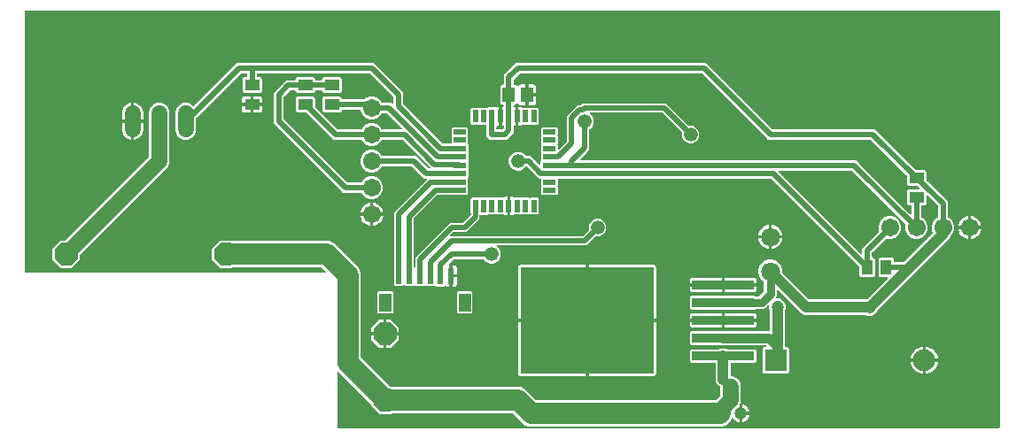
<source format=gbr>
G04 EAGLE Gerber RS-274X export*
G75*
%MOMM*%
%FSLAX34Y34*%
%LPD*%
%INTop Copper*%
%IPPOS*%
%AMOC8*
5,1,8,0,0,1.08239X$1,22.5*%
G01*
%ADD10R,1.164600X1.465300*%
%ADD11R,0.558800X1.270000*%
%ADD12R,1.270000X0.558800*%
%ADD13C,1.524000*%
%ADD14R,1.031200X1.420200*%
%ADD15R,1.420200X1.031200*%
%ADD16R,2.100000X2.100000*%
%ADD17C,2.100000*%
%ADD18C,1.200000*%
%ADD19C,1.800000*%
%ADD20C,1.705100*%
%ADD21P,2.336880X8X112.500000*%
%ADD22P,2.336880X8X22.500000*%
%ADD23R,5.906200X0.841800*%
%ADD24R,12.666200X10.151800*%
%ADD25R,0.600000X1.550000*%
%ADD26R,1.200000X1.800000*%
%ADD27C,1.333500*%
%ADD28C,0.508000*%
%ADD29C,2.032000*%
%ADD30C,1.016000*%
%ADD31C,0.762000*%
%ADD32C,0.889000*%

G36*
X942336Y10926D02*
X942336Y10926D01*
X942355Y10924D01*
X942457Y10946D01*
X942559Y10962D01*
X942576Y10972D01*
X942596Y10976D01*
X942685Y11029D01*
X942776Y11078D01*
X942790Y11092D01*
X942807Y11102D01*
X942874Y11181D01*
X942946Y11256D01*
X942954Y11274D01*
X942967Y11289D01*
X943006Y11385D01*
X943049Y11479D01*
X943051Y11499D01*
X943059Y11517D01*
X943077Y11684D01*
X943077Y410316D01*
X943074Y410336D01*
X943076Y410355D01*
X943054Y410457D01*
X943038Y410559D01*
X943028Y410576D01*
X943024Y410596D01*
X942971Y410685D01*
X942922Y410776D01*
X942908Y410790D01*
X942898Y410807D01*
X942819Y410874D01*
X942744Y410946D01*
X942726Y410954D01*
X942711Y410967D01*
X942615Y411006D01*
X942521Y411049D01*
X942501Y411051D01*
X942483Y411059D01*
X942316Y411077D01*
X11684Y411077D01*
X11664Y411074D01*
X11645Y411076D01*
X11543Y411054D01*
X11441Y411038D01*
X11424Y411028D01*
X11404Y411024D01*
X11315Y410971D01*
X11224Y410922D01*
X11210Y410908D01*
X11193Y410898D01*
X11126Y410819D01*
X11054Y410744D01*
X11046Y410726D01*
X11033Y410711D01*
X10994Y410615D01*
X10951Y410521D01*
X10949Y410501D01*
X10941Y410483D01*
X10923Y410316D01*
X10923Y160684D01*
X10926Y160664D01*
X10924Y160645D01*
X10946Y160543D01*
X10962Y160441D01*
X10972Y160424D01*
X10976Y160404D01*
X11029Y160315D01*
X11078Y160224D01*
X11092Y160210D01*
X11102Y160193D01*
X11181Y160126D01*
X11256Y160054D01*
X11274Y160046D01*
X11289Y160033D01*
X11385Y159994D01*
X11479Y159951D01*
X11499Y159949D01*
X11517Y159941D01*
X11684Y159923D01*
X298452Y159923D01*
X298522Y159934D01*
X298594Y159936D01*
X298643Y159954D01*
X298694Y159962D01*
X298758Y159996D01*
X298825Y160021D01*
X298866Y160053D01*
X298912Y160078D01*
X298961Y160130D01*
X299017Y160174D01*
X299045Y160218D01*
X299081Y160256D01*
X299111Y160321D01*
X299150Y160381D01*
X299163Y160432D01*
X299185Y160479D01*
X299193Y160550D01*
X299210Y160620D01*
X299206Y160672D01*
X299212Y160723D01*
X299197Y160794D01*
X299191Y160865D01*
X299171Y160913D01*
X299160Y160964D01*
X299123Y161025D01*
X299095Y161091D01*
X299050Y161147D01*
X299033Y161175D01*
X299016Y161190D01*
X298990Y161222D01*
X295082Y165130D01*
X295008Y165183D01*
X294938Y165243D01*
X294908Y165255D01*
X294882Y165274D01*
X294795Y165301D01*
X294710Y165335D01*
X294669Y165339D01*
X294647Y165346D01*
X294615Y165345D01*
X294544Y165353D01*
X209569Y165353D01*
X209479Y165339D01*
X209388Y165331D01*
X209358Y165319D01*
X209326Y165314D01*
X209246Y165271D01*
X209162Y165235D01*
X209129Y165209D01*
X209109Y165198D01*
X209087Y165175D01*
X209031Y165130D01*
X208619Y164718D01*
X197781Y164718D01*
X190118Y172381D01*
X190118Y183219D01*
X197781Y190882D01*
X208619Y190882D01*
X209031Y190470D01*
X209105Y190416D01*
X209174Y190357D01*
X209204Y190345D01*
X209230Y190326D01*
X209317Y190299D01*
X209402Y190265D01*
X209443Y190261D01*
X209465Y190254D01*
X209498Y190255D01*
X209569Y190247D01*
X302490Y190247D01*
X307065Y188352D01*
X330634Y164783D01*
X332529Y160208D01*
X332529Y79089D01*
X332543Y78999D01*
X332551Y78908D01*
X332563Y78878D01*
X332568Y78846D01*
X332611Y78766D01*
X332647Y78682D01*
X332673Y78650D01*
X332684Y78629D01*
X332707Y78607D01*
X332752Y78551D01*
X359898Y51405D01*
X359972Y51352D01*
X360041Y51292D01*
X360071Y51280D01*
X360097Y51261D01*
X360184Y51234D01*
X360269Y51200D01*
X360310Y51196D01*
X360332Y51189D01*
X360365Y51190D01*
X360436Y51182D01*
X361019Y51182D01*
X361431Y50770D01*
X361505Y50716D01*
X361574Y50657D01*
X361604Y50645D01*
X361630Y50626D01*
X361717Y50599D01*
X361802Y50565D01*
X361843Y50561D01*
X361865Y50554D01*
X361898Y50555D01*
X361969Y50547D01*
X485076Y50547D01*
X489651Y48652D01*
X500233Y38070D01*
X500307Y38017D01*
X500376Y37957D01*
X500406Y37945D01*
X500432Y37926D01*
X500519Y37899D01*
X500604Y37865D01*
X500645Y37861D01*
X500667Y37854D01*
X500700Y37855D01*
X500771Y37847D01*
X671221Y37847D01*
X671311Y37861D01*
X671402Y37869D01*
X671432Y37881D01*
X671464Y37886D01*
X671545Y37929D01*
X671628Y37965D01*
X671661Y37991D01*
X671681Y38002D01*
X671703Y38025D01*
X671759Y38070D01*
X675670Y41981D01*
X675723Y42054D01*
X675783Y42124D01*
X675795Y42154D01*
X675814Y42180D01*
X675841Y42267D01*
X675875Y42352D01*
X675879Y42393D01*
X675886Y42415D01*
X675885Y42448D01*
X675893Y42519D01*
X675893Y50678D01*
X675875Y50793D01*
X675857Y50909D01*
X675855Y50915D01*
X675854Y50921D01*
X675799Y51024D01*
X675746Y51128D01*
X675741Y51133D01*
X675738Y51138D01*
X675654Y51219D01*
X675570Y51301D01*
X675564Y51304D01*
X675560Y51308D01*
X675543Y51316D01*
X675423Y51381D01*
X674727Y51670D01*
X672655Y53742D01*
X671533Y56450D01*
X671533Y73043D01*
X671530Y73063D01*
X671532Y73082D01*
X671510Y73184D01*
X671494Y73286D01*
X671484Y73303D01*
X671480Y73323D01*
X671427Y73412D01*
X671378Y73503D01*
X671364Y73517D01*
X671354Y73534D01*
X671275Y73601D01*
X671200Y73673D01*
X671182Y73681D01*
X671167Y73694D01*
X671071Y73733D01*
X670977Y73776D01*
X670957Y73778D01*
X670939Y73786D01*
X670772Y73804D01*
X648422Y73804D01*
X647082Y75144D01*
X647082Y85456D01*
X648422Y86796D01*
X675180Y86796D01*
X675245Y86806D01*
X675311Y86807D01*
X675391Y86830D01*
X675423Y86835D01*
X675440Y86845D01*
X675472Y86854D01*
X677435Y87667D01*
X680365Y87667D01*
X682328Y86854D01*
X682392Y86839D01*
X682453Y86814D01*
X682536Y86805D01*
X682568Y86798D01*
X682587Y86799D01*
X682620Y86796D01*
X709378Y86796D01*
X710718Y85456D01*
X710718Y75144D01*
X709378Y73804D01*
X687028Y73804D01*
X687008Y73801D01*
X686989Y73803D01*
X686887Y73781D01*
X686785Y73765D01*
X686768Y73755D01*
X686748Y73751D01*
X686659Y73698D01*
X686568Y73649D01*
X686554Y73635D01*
X686537Y73625D01*
X686470Y73546D01*
X686398Y73471D01*
X686390Y73453D01*
X686377Y73438D01*
X686338Y73342D01*
X686295Y73248D01*
X686293Y73228D01*
X686285Y73210D01*
X686267Y73043D01*
X686267Y61683D01*
X686270Y61663D01*
X686268Y61644D01*
X686290Y61542D01*
X686306Y61440D01*
X686316Y61423D01*
X686320Y61403D01*
X686373Y61314D01*
X686422Y61223D01*
X686436Y61209D01*
X686446Y61192D01*
X686525Y61125D01*
X686600Y61053D01*
X686618Y61045D01*
X686633Y61032D01*
X686729Y60993D01*
X686823Y60950D01*
X686843Y60948D01*
X686861Y60940D01*
X687028Y60922D01*
X687771Y60922D01*
X691412Y59414D01*
X694199Y56627D01*
X695707Y52986D01*
X695707Y36129D01*
X694359Y32875D01*
X694344Y32811D01*
X694319Y32750D01*
X694310Y32667D01*
X694302Y32635D01*
X694304Y32616D01*
X694301Y32584D01*
X694301Y26138D01*
X694303Y26122D01*
X694302Y26108D01*
X694302Y26105D01*
X694302Y26099D01*
X694324Y25997D01*
X694340Y25895D01*
X694350Y25878D01*
X694354Y25858D01*
X694407Y25769D01*
X694456Y25678D01*
X694470Y25664D01*
X694480Y25647D01*
X694559Y25580D01*
X694634Y25509D01*
X694652Y25500D01*
X694667Y25487D01*
X694763Y25449D01*
X694857Y25405D01*
X694877Y25403D01*
X694895Y25396D01*
X694819Y25383D01*
X694802Y25374D01*
X694782Y25370D01*
X694693Y25317D01*
X694602Y25268D01*
X694588Y25254D01*
X694571Y25244D01*
X694504Y25165D01*
X694432Y25090D01*
X694424Y25072D01*
X694411Y25057D01*
X694372Y24960D01*
X694329Y24867D01*
X694327Y24847D01*
X694319Y24829D01*
X694301Y24662D01*
X694301Y16990D01*
X693309Y17187D01*
X691754Y17831D01*
X690356Y18766D01*
X689166Y19956D01*
X688631Y20757D01*
X688548Y20845D01*
X688468Y20933D01*
X688465Y20934D01*
X688463Y20936D01*
X688357Y20993D01*
X688252Y21051D01*
X688249Y21052D01*
X688246Y21053D01*
X688130Y21073D01*
X688010Y21095D01*
X688007Y21094D01*
X688004Y21095D01*
X687886Y21077D01*
X687767Y21059D01*
X687764Y21058D01*
X687761Y21057D01*
X687655Y21002D01*
X687548Y20948D01*
X687545Y20945D01*
X687543Y20944D01*
X687460Y20859D01*
X687375Y20772D01*
X687373Y20769D01*
X687372Y20767D01*
X687367Y20757D01*
X687294Y20625D01*
X686352Y18349D01*
X682851Y14848D01*
X678276Y12953D01*
X492824Y12953D01*
X488249Y14848D01*
X477667Y25430D01*
X477593Y25483D01*
X477524Y25543D01*
X477494Y25555D01*
X477468Y25574D01*
X477381Y25601D01*
X477296Y25635D01*
X477255Y25639D01*
X477233Y25646D01*
X477200Y25645D01*
X477129Y25653D01*
X361969Y25653D01*
X361879Y25639D01*
X361788Y25631D01*
X361758Y25619D01*
X361726Y25614D01*
X361646Y25571D01*
X361562Y25535D01*
X361529Y25509D01*
X361509Y25498D01*
X361487Y25475D01*
X361431Y25430D01*
X361019Y25018D01*
X350181Y25018D01*
X342518Y32681D01*
X342518Y33264D01*
X342504Y33354D01*
X342496Y33445D01*
X342484Y33475D01*
X342479Y33507D01*
X342436Y33587D01*
X342400Y33671D01*
X342374Y33703D01*
X342363Y33724D01*
X342340Y33746D01*
X342295Y33802D01*
X313139Y62959D01*
X311222Y64875D01*
X311164Y64917D01*
X311112Y64967D01*
X311065Y64989D01*
X311023Y65019D01*
X310954Y65040D01*
X310889Y65070D01*
X310837Y65076D01*
X310787Y65091D01*
X310716Y65089D01*
X310645Y65097D01*
X310594Y65086D01*
X310542Y65085D01*
X310474Y65060D01*
X310404Y65045D01*
X310359Y65018D01*
X310311Y65000D01*
X310255Y64956D01*
X310193Y64919D01*
X310159Y64879D01*
X310119Y64847D01*
X310080Y64786D01*
X310033Y64732D01*
X310014Y64684D01*
X309986Y64640D01*
X309968Y64570D01*
X309941Y64504D01*
X309933Y64432D01*
X309925Y64401D01*
X309927Y64378D01*
X309923Y64337D01*
X309923Y11684D01*
X309926Y11664D01*
X309924Y11645D01*
X309946Y11543D01*
X309962Y11441D01*
X309972Y11424D01*
X309976Y11404D01*
X310029Y11315D01*
X310078Y11224D01*
X310092Y11210D01*
X310102Y11193D01*
X310181Y11126D01*
X310256Y11054D01*
X310274Y11046D01*
X310289Y11033D01*
X310385Y10994D01*
X310479Y10951D01*
X310499Y10949D01*
X310517Y10941D01*
X310684Y10923D01*
X942316Y10923D01*
X942336Y10926D01*
G37*
%LPC*%
G36*
X717653Y63413D02*
X717653Y63413D01*
X716313Y64753D01*
X716313Y87647D01*
X717653Y88987D01*
X719255Y88987D01*
X719326Y88998D01*
X719398Y89000D01*
X719447Y89018D01*
X719498Y89026D01*
X719562Y89060D01*
X719629Y89085D01*
X719670Y89117D01*
X719715Y89142D01*
X719765Y89194D01*
X719821Y89238D01*
X719849Y89282D01*
X719885Y89320D01*
X719915Y89385D01*
X719954Y89445D01*
X719967Y89496D01*
X719988Y89543D01*
X719996Y89614D01*
X720014Y89684D01*
X720010Y89736D01*
X720016Y89787D01*
X720000Y89858D01*
X719995Y89929D01*
X719974Y89977D01*
X719963Y90028D01*
X719926Y90089D01*
X719898Y90155D01*
X719854Y90211D01*
X719837Y90239D01*
X719819Y90254D01*
X719794Y90286D01*
X719734Y90345D01*
X719660Y90399D01*
X719591Y90458D01*
X719561Y90470D01*
X719535Y90489D01*
X719448Y90516D01*
X719363Y90550D01*
X719322Y90554D01*
X719300Y90561D01*
X719267Y90560D01*
X719196Y90568D01*
X677561Y90568D01*
X677131Y90746D01*
X677067Y90761D01*
X677007Y90786D01*
X676924Y90795D01*
X676892Y90802D01*
X676872Y90801D01*
X676840Y90804D01*
X648422Y90804D01*
X647082Y92144D01*
X647082Y102456D01*
X648422Y103796D01*
X676840Y103796D01*
X676904Y103806D01*
X676970Y103807D01*
X677050Y103830D01*
X677083Y103835D01*
X677100Y103845D01*
X677131Y103854D01*
X677561Y104032D01*
X722572Y104032D01*
X722592Y104035D01*
X722611Y104033D01*
X722713Y104055D01*
X722815Y104071D01*
X722832Y104081D01*
X722852Y104085D01*
X722941Y104138D01*
X723032Y104187D01*
X723046Y104201D01*
X723063Y104211D01*
X723130Y104290D01*
X723202Y104365D01*
X723210Y104383D01*
X723223Y104398D01*
X723262Y104494D01*
X723305Y104588D01*
X723307Y104608D01*
X723315Y104626D01*
X723333Y104793D01*
X723333Y122979D01*
X723323Y123044D01*
X723322Y123109D01*
X723299Y123189D01*
X723294Y123222D01*
X723284Y123239D01*
X723275Y123271D01*
X722413Y125352D01*
X722413Y127753D01*
X722402Y127824D01*
X722400Y127896D01*
X722382Y127945D01*
X722374Y127996D01*
X722340Y128059D01*
X722315Y128127D01*
X722283Y128167D01*
X722258Y128214D01*
X722206Y128263D01*
X722162Y128319D01*
X722118Y128347D01*
X722080Y128383D01*
X722015Y128413D01*
X721955Y128452D01*
X721904Y128465D01*
X721857Y128487D01*
X721786Y128494D01*
X721716Y128512D01*
X721664Y128508D01*
X721613Y128514D01*
X721542Y128498D01*
X721471Y128493D01*
X721423Y128472D01*
X721372Y128461D01*
X721311Y128425D01*
X721245Y128396D01*
X721189Y128352D01*
X721161Y128335D01*
X721146Y128317D01*
X721114Y128292D01*
X718954Y126131D01*
X716713Y125203D01*
X710093Y125203D01*
X710002Y125189D01*
X709912Y125181D01*
X709882Y125169D01*
X709850Y125164D01*
X709769Y125121D01*
X709685Y125085D01*
X709653Y125059D01*
X709632Y125048D01*
X709610Y125025D01*
X709554Y124980D01*
X709378Y124804D01*
X648422Y124804D01*
X647082Y126144D01*
X647082Y136456D01*
X648422Y137796D01*
X709378Y137796D01*
X709554Y137620D01*
X709628Y137567D01*
X709698Y137507D01*
X709728Y137495D01*
X709754Y137476D01*
X709841Y137449D01*
X709926Y137415D01*
X709967Y137411D01*
X709989Y137404D01*
X710021Y137405D01*
X710093Y137397D01*
X712659Y137397D01*
X712749Y137411D01*
X712840Y137419D01*
X712870Y137431D01*
X712902Y137436D01*
X712983Y137479D01*
X713067Y137515D01*
X713099Y137541D01*
X713119Y137552D01*
X713142Y137575D01*
X713198Y137620D01*
X717580Y142002D01*
X717633Y142076D01*
X717693Y142146D01*
X717705Y142176D01*
X717724Y142202D01*
X717751Y142289D01*
X717785Y142374D01*
X717789Y142415D01*
X717796Y142437D01*
X717795Y142469D01*
X717803Y142541D01*
X717803Y151120D01*
X717789Y151210D01*
X717781Y151301D01*
X717769Y151330D01*
X717764Y151362D01*
X717721Y151443D01*
X717685Y151527D01*
X717659Y151559D01*
X717648Y151580D01*
X717625Y151602D01*
X717580Y151658D01*
X714332Y154907D01*
X712613Y159055D01*
X712613Y163545D01*
X714332Y167693D01*
X717507Y170868D01*
X721655Y172587D01*
X726145Y172587D01*
X730293Y170868D01*
X733468Y167693D01*
X735187Y163545D01*
X735187Y160747D01*
X735201Y160657D01*
X735209Y160566D01*
X735221Y160536D01*
X735226Y160504D01*
X735269Y160423D01*
X735305Y160339D01*
X735331Y160307D01*
X735342Y160287D01*
X735365Y160264D01*
X735410Y160208D01*
X761028Y134590D01*
X761102Y134537D01*
X761172Y134477D01*
X761202Y134465D01*
X761228Y134446D01*
X761315Y134419D01*
X761400Y134385D01*
X761441Y134381D01*
X761463Y134374D01*
X761495Y134375D01*
X761567Y134367D01*
X814679Y134367D01*
X814744Y134377D01*
X814809Y134378D01*
X814889Y134401D01*
X814922Y134406D01*
X814939Y134416D01*
X814970Y134425D01*
X816087Y134887D01*
X816143Y134922D01*
X816203Y134947D01*
X816268Y134999D01*
X816296Y135017D01*
X816309Y135032D01*
X816334Y135052D01*
X835695Y154413D01*
X835736Y154471D01*
X835786Y154523D01*
X835808Y154570D01*
X835838Y154612D01*
X835859Y154681D01*
X835889Y154746D01*
X835895Y154798D01*
X835911Y154848D01*
X835909Y154919D01*
X835917Y154990D01*
X835905Y155041D01*
X835904Y155093D01*
X835880Y155161D01*
X835864Y155231D01*
X835838Y155275D01*
X835820Y155324D01*
X835775Y155380D01*
X835738Y155442D01*
X835699Y155476D01*
X835666Y155516D01*
X835606Y155555D01*
X835551Y155602D01*
X835503Y155621D01*
X835459Y155649D01*
X835390Y155667D01*
X835323Y155694D01*
X835252Y155702D01*
X835221Y155710D01*
X835197Y155708D01*
X835156Y155712D01*
X828592Y155712D01*
X827252Y157052D01*
X827252Y173148D01*
X828592Y174488D01*
X840798Y174488D01*
X842138Y173148D01*
X842138Y170688D01*
X842141Y170668D01*
X842139Y170649D01*
X842161Y170547D01*
X842177Y170445D01*
X842187Y170428D01*
X842191Y170408D01*
X842244Y170319D01*
X842293Y170228D01*
X842307Y170214D01*
X842317Y170197D01*
X842396Y170130D01*
X842471Y170058D01*
X842489Y170050D01*
X842504Y170037D01*
X842600Y169998D01*
X842694Y169955D01*
X842714Y169953D01*
X842732Y169945D01*
X842899Y169927D01*
X850893Y169927D01*
X850983Y169941D01*
X851074Y169949D01*
X851104Y169961D01*
X851136Y169966D01*
X851217Y170009D01*
X851301Y170045D01*
X851333Y170071D01*
X851353Y170082D01*
X851376Y170105D01*
X851432Y170150D01*
X879042Y197760D01*
X879109Y197854D01*
X879180Y197948D01*
X879182Y197955D01*
X879185Y197960D01*
X879219Y198070D01*
X879256Y198182D01*
X879256Y198189D01*
X879258Y198195D01*
X879255Y198311D01*
X879253Y198428D01*
X879251Y198436D01*
X879251Y198441D01*
X879245Y198458D01*
X879207Y198589D01*
X878188Y201049D01*
X878188Y205351D01*
X879834Y209325D01*
X882875Y212366D01*
X883703Y212709D01*
X883803Y212771D01*
X883822Y212782D01*
X883872Y212809D01*
X883880Y212817D01*
X883903Y212831D01*
X883907Y212835D01*
X883912Y212839D01*
X883987Y212928D01*
X883995Y212938D01*
X884042Y212987D01*
X884047Y212999D01*
X884063Y213018D01*
X884065Y213023D01*
X884069Y213028D01*
X884110Y213135D01*
X884145Y213210D01*
X884147Y213226D01*
X884155Y213246D01*
X884156Y213253D01*
X884157Y213258D01*
X884158Y213276D01*
X884173Y213412D01*
X884173Y223472D01*
X884159Y223562D01*
X884151Y223653D01*
X884139Y223683D01*
X884134Y223715D01*
X884091Y223796D01*
X884055Y223880D01*
X884029Y223912D01*
X884018Y223932D01*
X883995Y223955D01*
X883950Y224011D01*
X874287Y233674D01*
X874229Y233716D01*
X874177Y233765D01*
X874130Y233787D01*
X874088Y233817D01*
X874019Y233838D01*
X873954Y233869D01*
X873902Y233874D01*
X873852Y233890D01*
X873781Y233888D01*
X873710Y233896D01*
X873659Y233885D01*
X873607Y233883D01*
X873539Y233859D01*
X873469Y233843D01*
X873424Y233817D01*
X873376Y233799D01*
X873320Y233754D01*
X873258Y233717D01*
X873224Y233678D01*
X873184Y233645D01*
X873145Y233585D01*
X873098Y233530D01*
X873079Y233482D01*
X873051Y233438D01*
X873033Y233369D01*
X873006Y233302D01*
X872998Y233231D01*
X872990Y233200D01*
X872992Y233176D01*
X872988Y233135D01*
X872988Y226002D01*
X871648Y224662D01*
X869188Y224662D01*
X869168Y224659D01*
X869149Y224661D01*
X869047Y224639D01*
X868945Y224623D01*
X868928Y224613D01*
X868908Y224609D01*
X868819Y224556D01*
X868728Y224507D01*
X868714Y224493D01*
X868697Y224483D01*
X868630Y224404D01*
X868558Y224329D01*
X868550Y224311D01*
X868537Y224296D01*
X868498Y224200D01*
X868455Y224106D01*
X868453Y224086D01*
X868445Y224068D01*
X868427Y223901D01*
X868427Y213412D01*
X868430Y213394D01*
X868428Y213376D01*
X868447Y213287D01*
X868463Y213181D01*
X868465Y213176D01*
X868466Y213170D01*
X868477Y213150D01*
X868480Y213135D01*
X868520Y213068D01*
X868521Y213067D01*
X868574Y212962D01*
X868579Y212958D01*
X868582Y212952D01*
X868600Y212935D01*
X868606Y212924D01*
X868655Y212883D01*
X868666Y212872D01*
X868750Y212790D01*
X868756Y212786D01*
X868760Y212783D01*
X868777Y212775D01*
X868788Y212769D01*
X868793Y212764D01*
X868805Y212760D01*
X868897Y212709D01*
X869725Y212366D01*
X872766Y209325D01*
X874412Y205351D01*
X874412Y201049D01*
X872766Y197075D01*
X869725Y194034D01*
X865751Y192388D01*
X861449Y192388D01*
X857475Y194034D01*
X854434Y197075D01*
X852788Y201049D01*
X852788Y205351D01*
X853131Y206179D01*
X853157Y206292D01*
X853186Y206406D01*
X853185Y206412D01*
X853187Y206418D01*
X853176Y206535D01*
X853167Y206651D01*
X853164Y206657D01*
X853164Y206663D01*
X853116Y206771D01*
X853071Y206877D01*
X853066Y206883D01*
X853064Y206888D01*
X853051Y206901D01*
X852966Y207008D01*
X802324Y257650D01*
X802250Y257703D01*
X802180Y257763D01*
X802150Y257775D01*
X802124Y257794D01*
X802037Y257821D01*
X801952Y257855D01*
X801911Y257859D01*
X801889Y257866D01*
X801857Y257865D01*
X801785Y257873D01*
X732196Y257873D01*
X732125Y257862D01*
X732053Y257860D01*
X732004Y257842D01*
X731953Y257834D01*
X731890Y257800D01*
X731822Y257775D01*
X731781Y257743D01*
X731735Y257718D01*
X731686Y257667D01*
X731630Y257622D01*
X731602Y257578D01*
X731566Y257540D01*
X731536Y257475D01*
X731497Y257415D01*
X731484Y257364D01*
X731462Y257317D01*
X731455Y257246D01*
X731437Y257176D01*
X731441Y257124D01*
X731435Y257073D01*
X731451Y257002D01*
X731456Y256931D01*
X731477Y256883D01*
X731488Y256832D01*
X731524Y256771D01*
X731552Y256705D01*
X731597Y256649D01*
X731614Y256621D01*
X731632Y256606D01*
X731657Y256574D01*
X810179Y178052D01*
X810237Y178010D01*
X810289Y177961D01*
X810336Y177939D01*
X810378Y177909D01*
X810447Y177888D01*
X810512Y177857D01*
X810564Y177852D01*
X810614Y177836D01*
X810685Y177838D01*
X810756Y177830D01*
X810807Y177841D01*
X810859Y177843D01*
X810927Y177867D01*
X810997Y177883D01*
X811041Y177909D01*
X811090Y177927D01*
X811146Y177972D01*
X811208Y178009D01*
X811242Y178048D01*
X811282Y178081D01*
X811321Y178141D01*
X811368Y178196D01*
X811387Y178244D01*
X811415Y178288D01*
X811433Y178357D01*
X811460Y178424D01*
X811468Y178495D01*
X811476Y178526D01*
X811474Y178550D01*
X811478Y178591D01*
X811478Y183304D01*
X827566Y199392D01*
X827634Y199487D01*
X827704Y199580D01*
X827706Y199586D01*
X827709Y199592D01*
X827743Y199703D01*
X827780Y199814D01*
X827780Y199821D01*
X827782Y199827D01*
X827779Y199943D01*
X827777Y200060D01*
X827775Y200067D01*
X827775Y200072D01*
X827769Y200090D01*
X827731Y200221D01*
X827388Y201049D01*
X827388Y205351D01*
X829034Y209325D01*
X832075Y212366D01*
X836049Y214012D01*
X840351Y214012D01*
X844325Y212366D01*
X847366Y209325D01*
X849012Y205351D01*
X849012Y201049D01*
X847366Y197075D01*
X844325Y194034D01*
X840351Y192388D01*
X836049Y192388D01*
X835221Y192731D01*
X835108Y192757D01*
X834994Y192786D01*
X834988Y192785D01*
X834982Y192787D01*
X834865Y192776D01*
X834749Y192767D01*
X834743Y192764D01*
X834737Y192764D01*
X834629Y192716D01*
X834523Y192671D01*
X834517Y192666D01*
X834512Y192664D01*
X834499Y192651D01*
X834392Y192566D01*
X821355Y179529D01*
X821302Y179455D01*
X821242Y179385D01*
X821230Y179355D01*
X821211Y179329D01*
X821184Y179242D01*
X821150Y179157D01*
X821146Y179116D01*
X821139Y179094D01*
X821140Y179062D01*
X821132Y178990D01*
X821132Y175249D01*
X821135Y175229D01*
X821133Y175210D01*
X821155Y175108D01*
X821171Y175006D01*
X821181Y174989D01*
X821185Y174969D01*
X821238Y174880D01*
X821287Y174789D01*
X821301Y174775D01*
X821311Y174758D01*
X821390Y174691D01*
X821465Y174619D01*
X821483Y174611D01*
X821498Y174598D01*
X821594Y174559D01*
X821688Y174516D01*
X821708Y174514D01*
X821726Y174506D01*
X821893Y174488D01*
X822408Y174488D01*
X823748Y173148D01*
X823748Y157052D01*
X822408Y155712D01*
X810202Y155712D01*
X808862Y157052D01*
X808862Y165401D01*
X808848Y165491D01*
X808840Y165582D01*
X808828Y165612D01*
X808823Y165644D01*
X808780Y165725D01*
X808744Y165809D01*
X808718Y165841D01*
X808707Y165862D01*
X808684Y165884D01*
X808639Y165940D01*
X724929Y249650D01*
X724855Y249703D01*
X724785Y249763D01*
X724755Y249775D01*
X724729Y249794D01*
X724642Y249821D01*
X724557Y249855D01*
X724516Y249859D01*
X724494Y249866D01*
X724462Y249865D01*
X724390Y249873D01*
X521462Y249873D01*
X521442Y249870D01*
X521423Y249872D01*
X521321Y249850D01*
X521219Y249834D01*
X521202Y249824D01*
X521182Y249820D01*
X521093Y249767D01*
X521002Y249718D01*
X520988Y249704D01*
X520971Y249694D01*
X520904Y249615D01*
X520832Y249540D01*
X520824Y249522D01*
X520811Y249507D01*
X520772Y249411D01*
X520729Y249317D01*
X520727Y249297D01*
X520719Y249279D01*
X520701Y249112D01*
X520701Y243274D01*
X520665Y243238D01*
X520653Y243222D01*
X520637Y243210D01*
X520581Y243122D01*
X520521Y243039D01*
X520515Y243019D01*
X520504Y243003D01*
X520479Y242902D01*
X520449Y242803D01*
X520449Y242783D01*
X520444Y242764D01*
X520452Y242661D01*
X520455Y242558D01*
X520462Y242539D01*
X520463Y242519D01*
X520504Y242424D01*
X520539Y242327D01*
X520552Y242311D01*
X520560Y242293D01*
X520665Y242162D01*
X520701Y242126D01*
X520701Y235274D01*
X519808Y234381D01*
X505844Y234381D01*
X504951Y235274D01*
X504951Y242126D01*
X504987Y242162D01*
X504999Y242178D01*
X505015Y242190D01*
X505071Y242277D01*
X505131Y242361D01*
X505137Y242380D01*
X505148Y242397D01*
X505173Y242498D01*
X505203Y242596D01*
X505203Y242616D01*
X505208Y242636D01*
X505200Y242739D01*
X505197Y242842D01*
X505190Y242861D01*
X505189Y242881D01*
X505148Y242976D01*
X505113Y243073D01*
X505100Y243089D01*
X505092Y243107D01*
X504987Y243238D01*
X504951Y243274D01*
X504951Y249492D01*
X504948Y249512D01*
X504950Y249531D01*
X504928Y249633D01*
X504912Y249735D01*
X504902Y249752D01*
X504898Y249772D01*
X504845Y249861D01*
X504796Y249952D01*
X504782Y249966D01*
X504772Y249983D01*
X504693Y250050D01*
X504618Y250122D01*
X504600Y250130D01*
X504585Y250143D01*
X504489Y250182D01*
X504395Y250225D01*
X504375Y250227D01*
X504357Y250235D01*
X504190Y250253D01*
X502478Y250253D01*
X491185Y261546D01*
X491169Y261557D01*
X491157Y261573D01*
X491070Y261629D01*
X490986Y261689D01*
X490967Y261695D01*
X490950Y261706D01*
X490849Y261731D01*
X490751Y261762D01*
X490731Y261761D01*
X490711Y261766D01*
X490608Y261758D01*
X490505Y261755D01*
X490486Y261748D01*
X490466Y261747D01*
X490371Y261706D01*
X490274Y261671D01*
X490258Y261658D01*
X490240Y261650D01*
X490109Y261546D01*
X487672Y259109D01*
X484381Y257746D01*
X480819Y257746D01*
X477528Y259109D01*
X475009Y261628D01*
X473646Y264919D01*
X473646Y268481D01*
X475009Y271772D01*
X477528Y274291D01*
X480819Y275654D01*
X484381Y275654D01*
X487672Y274291D01*
X490214Y271750D01*
X490287Y271697D01*
X490357Y271637D01*
X490387Y271625D01*
X490413Y271606D01*
X490500Y271579D01*
X490585Y271545D01*
X490626Y271541D01*
X490648Y271534D01*
X490681Y271535D01*
X490752Y271527D01*
X494856Y271527D01*
X502890Y263493D01*
X502948Y263451D01*
X503000Y263402D01*
X503047Y263380D01*
X503089Y263350D01*
X503158Y263329D01*
X503223Y263298D01*
X503275Y263293D01*
X503325Y263277D01*
X503396Y263279D01*
X503467Y263271D01*
X503518Y263282D01*
X503570Y263284D01*
X503638Y263308D01*
X503708Y263324D01*
X503753Y263350D01*
X503801Y263368D01*
X503857Y263413D01*
X503919Y263450D01*
X503953Y263489D01*
X503993Y263522D01*
X504032Y263582D01*
X504079Y263637D01*
X504098Y263685D01*
X504126Y263729D01*
X504144Y263798D01*
X504171Y263865D01*
X504179Y263936D01*
X504187Y263967D01*
X504185Y263991D01*
X504189Y264032D01*
X504189Y266441D01*
X504728Y266980D01*
X504781Y267054D01*
X504841Y267124D01*
X504853Y267154D01*
X504872Y267180D01*
X504899Y267267D01*
X504933Y267352D01*
X504937Y267393D01*
X504944Y267415D01*
X504943Y267447D01*
X504951Y267519D01*
X504951Y274126D01*
X504987Y274162D01*
X504999Y274178D01*
X505015Y274190D01*
X505071Y274277D01*
X505131Y274361D01*
X505137Y274380D01*
X505148Y274397D01*
X505173Y274498D01*
X505203Y274596D01*
X505203Y274616D01*
X505208Y274636D01*
X505200Y274739D01*
X505197Y274842D01*
X505190Y274861D01*
X505189Y274881D01*
X505148Y274976D01*
X505113Y275073D01*
X505100Y275089D01*
X505092Y275107D01*
X504987Y275238D01*
X504951Y275274D01*
X504951Y282126D01*
X504987Y282162D01*
X504999Y282178D01*
X505015Y282190D01*
X505044Y282236D01*
X505068Y282261D01*
X505084Y282296D01*
X505131Y282361D01*
X505137Y282380D01*
X505148Y282397D01*
X505167Y282475D01*
X505171Y282484D01*
X505173Y282497D01*
X505173Y282498D01*
X505203Y282596D01*
X505203Y282616D01*
X505208Y282636D01*
X505200Y282739D01*
X505197Y282842D01*
X505190Y282861D01*
X505189Y282881D01*
X505148Y282976D01*
X505113Y283073D01*
X505100Y283089D01*
X505092Y283107D01*
X504987Y283238D01*
X504951Y283274D01*
X504951Y290126D01*
X504987Y290162D01*
X504999Y290178D01*
X505015Y290190D01*
X505071Y290277D01*
X505131Y290361D01*
X505137Y290380D01*
X505148Y290397D01*
X505173Y290498D01*
X505203Y290596D01*
X505203Y290616D01*
X505208Y290636D01*
X505200Y290739D01*
X505197Y290842D01*
X505190Y290861D01*
X505189Y290881D01*
X505148Y290976D01*
X505113Y291073D01*
X505100Y291089D01*
X505092Y291107D01*
X504987Y291238D01*
X504951Y291274D01*
X504951Y298126D01*
X505844Y299019D01*
X519808Y299019D01*
X520701Y298126D01*
X520701Y291274D01*
X520665Y291238D01*
X520653Y291222D01*
X520637Y291210D01*
X520581Y291122D01*
X520521Y291039D01*
X520515Y291019D01*
X520504Y291003D01*
X520479Y290902D01*
X520449Y290803D01*
X520449Y290783D01*
X520444Y290764D01*
X520452Y290661D01*
X520455Y290558D01*
X520462Y290539D01*
X520463Y290519D01*
X520504Y290424D01*
X520539Y290327D01*
X520552Y290311D01*
X520560Y290293D01*
X520665Y290162D01*
X520701Y290126D01*
X520701Y283274D01*
X520665Y283238D01*
X520653Y283222D01*
X520637Y283210D01*
X520581Y283122D01*
X520521Y283039D01*
X520515Y283019D01*
X520504Y283003D01*
X520479Y282902D01*
X520449Y282803D01*
X520449Y282783D01*
X520444Y282764D01*
X520452Y282661D01*
X520455Y282558D01*
X520462Y282539D01*
X520463Y282519D01*
X520501Y282430D01*
X520506Y282409D01*
X520515Y282395D01*
X520539Y282327D01*
X520552Y282311D01*
X520560Y282293D01*
X520622Y282215D01*
X520632Y282198D01*
X520643Y282189D01*
X520665Y282162D01*
X520701Y282126D01*
X520701Y278287D01*
X520712Y278216D01*
X520714Y278144D01*
X520732Y278096D01*
X520740Y278044D01*
X520774Y277981D01*
X520799Y277913D01*
X520831Y277873D01*
X520856Y277827D01*
X520908Y277777D01*
X520952Y277721D01*
X520996Y277693D01*
X521034Y277657D01*
X521099Y277627D01*
X521159Y277588D01*
X521210Y277576D01*
X521257Y277554D01*
X521328Y277546D01*
X521398Y277528D01*
X521450Y277532D01*
X521501Y277527D01*
X521572Y277542D01*
X521643Y277548D01*
X521691Y277568D01*
X521742Y277579D01*
X521803Y277616D01*
X521869Y277644D01*
X521925Y277689D01*
X521953Y277705D01*
X521968Y277723D01*
X522000Y277749D01*
X529112Y284861D01*
X529165Y284935D01*
X529225Y285004D01*
X529237Y285034D01*
X529256Y285060D01*
X529283Y285147D01*
X529317Y285232D01*
X529321Y285273D01*
X529328Y285296D01*
X529327Y285328D01*
X529335Y285399D01*
X529335Y310038D01*
X539656Y320358D01*
X542895Y320358D01*
X542985Y320373D01*
X543076Y320380D01*
X543105Y320393D01*
X543137Y320398D01*
X543218Y320441D01*
X543302Y320476D01*
X543334Y320502D01*
X543355Y320513D01*
X543377Y320536D01*
X543433Y320581D01*
X544416Y321565D01*
X623984Y321565D01*
X645135Y300413D01*
X645217Y300355D01*
X645271Y300308D01*
X645290Y300301D01*
X645324Y300275D01*
X645330Y300273D01*
X645335Y300270D01*
X645446Y300236D01*
X645473Y300227D01*
X645499Y300216D01*
X645509Y300215D01*
X645558Y300199D01*
X645564Y300199D01*
X645570Y300197D01*
X645650Y300200D01*
X645666Y300198D01*
X645691Y300198D01*
X645709Y300201D01*
X645804Y300202D01*
X645811Y300204D01*
X645816Y300204D01*
X645833Y300210D01*
X645918Y300235D01*
X645934Y300237D01*
X645942Y300242D01*
X645965Y300248D01*
X646070Y300292D01*
X649330Y300292D01*
X652341Y299045D01*
X654645Y296741D01*
X655892Y293730D01*
X655892Y290470D01*
X654645Y287459D01*
X652341Y285155D01*
X649330Y283908D01*
X646070Y283908D01*
X643059Y285155D01*
X640755Y287459D01*
X639508Y290470D01*
X639508Y293730D01*
X639552Y293835D01*
X639561Y293876D01*
X639574Y293903D01*
X639579Y293952D01*
X639607Y294063D01*
X639606Y294069D01*
X639608Y294075D01*
X639597Y294191D01*
X639588Y294308D01*
X639585Y294313D01*
X639585Y294320D01*
X639537Y294427D01*
X639491Y294534D01*
X639487Y294540D01*
X639485Y294544D01*
X639472Y294558D01*
X639387Y294665D01*
X620839Y313212D01*
X620765Y313265D01*
X620696Y313325D01*
X620666Y313337D01*
X620640Y313356D01*
X620553Y313383D01*
X620468Y313417D01*
X620427Y313421D01*
X620404Y313428D01*
X620372Y313427D01*
X620301Y313435D01*
X551966Y313435D01*
X551895Y313424D01*
X551823Y313422D01*
X551774Y313404D01*
X551723Y313396D01*
X551660Y313362D01*
X551592Y313337D01*
X551552Y313305D01*
X551506Y313280D01*
X551456Y313228D01*
X551400Y313184D01*
X551372Y313140D01*
X551336Y313102D01*
X551306Y313037D01*
X551267Y312977D01*
X551255Y312926D01*
X551233Y312879D01*
X551225Y312808D01*
X551207Y312738D01*
X551211Y312686D01*
X551206Y312635D01*
X551221Y312564D01*
X551226Y312493D01*
X551247Y312445D01*
X551258Y312394D01*
X551295Y312333D01*
X551323Y312267D01*
X551367Y312211D01*
X551384Y312183D01*
X551402Y312168D01*
X551427Y312136D01*
X553691Y309872D01*
X555054Y306581D01*
X555054Y303019D01*
X553691Y299728D01*
X551150Y297186D01*
X551097Y297113D01*
X551037Y297043D01*
X551025Y297013D01*
X551006Y296987D01*
X550979Y296900D01*
X550945Y296815D01*
X550941Y296774D01*
X550934Y296752D01*
X550935Y296719D01*
X550927Y296648D01*
X550927Y277401D01*
X547876Y274350D01*
X542352Y268826D01*
X542310Y268768D01*
X542261Y268716D01*
X542239Y268669D01*
X542209Y268627D01*
X542188Y268558D01*
X542157Y268493D01*
X542152Y268441D01*
X542136Y268391D01*
X542138Y268320D01*
X542130Y268249D01*
X542141Y268198D01*
X542143Y268146D01*
X542167Y268078D01*
X542183Y268008D01*
X542209Y267963D01*
X542227Y267915D01*
X542272Y267859D01*
X542309Y267797D01*
X542348Y267763D01*
X542381Y267723D01*
X542441Y267684D01*
X542496Y267637D01*
X542544Y267618D01*
X542588Y267590D01*
X542657Y267572D01*
X542724Y267545D01*
X542795Y267537D01*
X542826Y267529D01*
X542850Y267531D01*
X542891Y267527D01*
X806099Y267527D01*
X809150Y264476D01*
X857474Y216152D01*
X857532Y216110D01*
X857584Y216061D01*
X857631Y216039D01*
X857673Y216009D01*
X857742Y215988D01*
X857807Y215957D01*
X857859Y215952D01*
X857909Y215936D01*
X857980Y215938D01*
X858051Y215930D01*
X858102Y215941D01*
X858154Y215943D01*
X858222Y215967D01*
X858292Y215983D01*
X858337Y216009D01*
X858385Y216027D01*
X858441Y216072D01*
X858503Y216109D01*
X858537Y216148D01*
X858577Y216181D01*
X858616Y216241D01*
X858663Y216296D01*
X858682Y216344D01*
X858710Y216388D01*
X858728Y216457D01*
X858755Y216524D01*
X858763Y216595D01*
X858771Y216626D01*
X858769Y216650D01*
X858773Y216691D01*
X858773Y223901D01*
X858770Y223921D01*
X858772Y223940D01*
X858750Y224042D01*
X858734Y224144D01*
X858724Y224161D01*
X858720Y224181D01*
X858667Y224270D01*
X858618Y224361D01*
X858604Y224375D01*
X858594Y224392D01*
X858515Y224459D01*
X858440Y224531D01*
X858422Y224539D01*
X858407Y224552D01*
X858311Y224591D01*
X858217Y224634D01*
X858197Y224636D01*
X858179Y224644D01*
X858012Y224662D01*
X855552Y224662D01*
X854212Y226002D01*
X854212Y238208D01*
X855552Y239548D01*
X865883Y239548D01*
X865954Y239559D01*
X866026Y239561D01*
X866075Y239579D01*
X866126Y239587D01*
X866190Y239621D01*
X866257Y239646D01*
X866298Y239678D01*
X866344Y239703D01*
X866393Y239755D01*
X866449Y239799D01*
X866477Y239843D01*
X866513Y239881D01*
X866543Y239946D01*
X866582Y240006D01*
X866595Y240057D01*
X866617Y240104D01*
X866624Y240175D01*
X866642Y240245D01*
X866638Y240297D01*
X866644Y240348D01*
X866628Y240419D01*
X866623Y240490D01*
X866602Y240538D01*
X866591Y240589D01*
X866555Y240650D01*
X866527Y240716D01*
X866482Y240772D01*
X866465Y240800D01*
X866447Y240815D01*
X866422Y240847D01*
X864440Y242829D01*
X864366Y242882D01*
X864296Y242942D01*
X864266Y242954D01*
X864240Y242973D01*
X864153Y243000D01*
X864068Y243034D01*
X864027Y243038D01*
X864005Y243045D01*
X863973Y243044D01*
X863901Y243052D01*
X855552Y243052D01*
X854212Y244392D01*
X854212Y252741D01*
X854198Y252831D01*
X854190Y252922D01*
X854178Y252952D01*
X854173Y252984D01*
X854130Y253065D01*
X854094Y253149D01*
X854068Y253181D01*
X854057Y253202D01*
X854034Y253224D01*
X853989Y253280D01*
X820219Y287050D01*
X820145Y287103D01*
X820075Y287163D01*
X820045Y287175D01*
X820019Y287194D01*
X819932Y287221D01*
X819847Y287255D01*
X819806Y287259D01*
X819784Y287266D01*
X819752Y287265D01*
X819680Y287273D01*
X721901Y287273D01*
X658624Y350550D01*
X658550Y350603D01*
X658480Y350663D01*
X658450Y350675D01*
X658424Y350694D01*
X658337Y350721D01*
X658252Y350755D01*
X658211Y350759D01*
X658189Y350766D01*
X658157Y350765D01*
X658085Y350773D01*
X484915Y350773D01*
X484825Y350759D01*
X484734Y350751D01*
X484704Y350739D01*
X484672Y350734D01*
X484591Y350691D01*
X484507Y350655D01*
X484475Y350629D01*
X484454Y350618D01*
X484432Y350595D01*
X484376Y350550D01*
X478896Y345070D01*
X478843Y344996D01*
X478783Y344926D01*
X478771Y344896D01*
X478752Y344870D01*
X478725Y344783D01*
X478691Y344698D01*
X478687Y344657D01*
X478680Y344635D01*
X478681Y344603D01*
X478673Y344531D01*
X478673Y340574D01*
X478676Y340555D01*
X478674Y340535D01*
X478696Y340434D01*
X478712Y340332D01*
X478722Y340314D01*
X478726Y340295D01*
X478779Y340206D01*
X478828Y340114D01*
X478842Y340101D01*
X478852Y340084D01*
X478931Y340016D01*
X479006Y339945D01*
X479024Y339937D01*
X479039Y339924D01*
X479135Y339885D01*
X479229Y339841D01*
X479249Y339839D01*
X479267Y339832D01*
X479434Y339813D01*
X480616Y339813D01*
X482008Y338422D01*
X482104Y338352D01*
X482200Y338282D01*
X482204Y338281D01*
X482207Y338278D01*
X482320Y338244D01*
X482434Y338207D01*
X482438Y338207D01*
X482442Y338206D01*
X482561Y338209D01*
X482680Y338211D01*
X482684Y338212D01*
X482688Y338212D01*
X482800Y338253D01*
X482912Y338293D01*
X482915Y338295D01*
X482919Y338297D01*
X483013Y338372D01*
X483106Y338444D01*
X483109Y338448D01*
X483111Y338450D01*
X483119Y338462D01*
X483205Y338579D01*
X483498Y339087D01*
X483971Y339560D01*
X484550Y339894D01*
X485197Y340067D01*
X489831Y340067D01*
X489831Y330962D01*
X489834Y330942D01*
X489832Y330923D01*
X489854Y330821D01*
X489871Y330719D01*
X489880Y330702D01*
X489884Y330682D01*
X489937Y330593D01*
X489986Y330502D01*
X490000Y330488D01*
X490010Y330471D01*
X490089Y330404D01*
X490164Y330333D01*
X490182Y330324D01*
X490197Y330311D01*
X490293Y330272D01*
X490387Y330229D01*
X490407Y330227D01*
X490425Y330219D01*
X490592Y330201D01*
X491355Y330201D01*
X491355Y330199D01*
X490592Y330199D01*
X490572Y330196D01*
X490553Y330198D01*
X490451Y330176D01*
X490349Y330159D01*
X490332Y330150D01*
X490312Y330146D01*
X490223Y330093D01*
X490132Y330044D01*
X490118Y330030D01*
X490101Y330020D01*
X490034Y329941D01*
X489963Y329866D01*
X489954Y329848D01*
X489941Y329833D01*
X489902Y329737D01*
X489859Y329643D01*
X489857Y329623D01*
X489849Y329605D01*
X489831Y329438D01*
X489831Y320333D01*
X485197Y320333D01*
X484550Y320506D01*
X483971Y320840D01*
X483498Y321313D01*
X483205Y321821D01*
X483129Y321913D01*
X483056Y322005D01*
X483052Y322008D01*
X483049Y322011D01*
X482948Y322074D01*
X482849Y322138D01*
X482845Y322139D01*
X482841Y322142D01*
X482725Y322170D01*
X482610Y322198D01*
X482606Y322198D01*
X482602Y322199D01*
X482483Y322189D01*
X482365Y322179D01*
X482361Y322178D01*
X482357Y322177D01*
X482247Y322129D01*
X482139Y322083D01*
X482135Y322080D01*
X482132Y322079D01*
X482121Y322069D01*
X482008Y321978D01*
X480616Y320587D01*
X479434Y320587D01*
X479414Y320584D01*
X479395Y320586D01*
X479293Y320564D01*
X479191Y320547D01*
X479174Y320538D01*
X479154Y320533D01*
X479065Y320480D01*
X478974Y320432D01*
X478960Y320418D01*
X478943Y320407D01*
X478876Y320329D01*
X478804Y320254D01*
X478796Y320236D01*
X478783Y320220D01*
X478744Y320124D01*
X478701Y320031D01*
X478699Y320011D01*
X478691Y319992D01*
X478673Y319826D01*
X478673Y319278D01*
X478676Y319258D01*
X478674Y319239D01*
X478696Y319137D01*
X478712Y319035D01*
X478722Y319018D01*
X478726Y318998D01*
X478779Y318909D01*
X478828Y318818D01*
X478842Y318804D01*
X478852Y318787D01*
X478931Y318720D01*
X479006Y318648D01*
X479024Y318640D01*
X479039Y318627D01*
X479135Y318588D01*
X479229Y318545D01*
X479249Y318543D01*
X479267Y318535D01*
X479434Y318517D01*
X480504Y318517D01*
X480504Y310261D01*
X480507Y310242D01*
X480505Y310222D01*
X480527Y310120D01*
X480543Y310018D01*
X480553Y310001D01*
X480557Y309981D01*
X480610Y309892D01*
X480659Y309801D01*
X480673Y309787D01*
X480683Y309770D01*
X480762Y309703D01*
X480837Y309632D01*
X480854Y309624D01*
X480805Y309597D01*
X480791Y309583D01*
X480774Y309573D01*
X480707Y309494D01*
X480635Y309419D01*
X480627Y309401D01*
X480614Y309386D01*
X480575Y309289D01*
X480532Y309196D01*
X480530Y309176D01*
X480522Y309158D01*
X480504Y308991D01*
X480504Y300735D01*
X479488Y300735D01*
X479468Y300732D01*
X479449Y300734D01*
X479348Y300712D01*
X479245Y300696D01*
X479228Y300686D01*
X479208Y300682D01*
X479119Y300629D01*
X479028Y300580D01*
X479014Y300566D01*
X478997Y300556D01*
X478930Y300477D01*
X478859Y300402D01*
X478850Y300384D01*
X478837Y300369D01*
X478798Y300273D01*
X478755Y300179D01*
X478753Y300159D01*
X478745Y300141D01*
X478727Y299974D01*
X478727Y294101D01*
X471899Y287273D01*
X455201Y287273D01*
X452373Y290101D01*
X452373Y300990D01*
X452372Y300997D01*
X452372Y300998D01*
X452371Y301005D01*
X452370Y301010D01*
X452372Y301029D01*
X452350Y301131D01*
X452334Y301233D01*
X452324Y301250D01*
X452320Y301270D01*
X452267Y301359D01*
X452218Y301450D01*
X452204Y301464D01*
X452194Y301481D01*
X452115Y301548D01*
X452040Y301620D01*
X452022Y301628D01*
X452007Y301641D01*
X451911Y301680D01*
X451817Y301723D01*
X451797Y301725D01*
X451779Y301733D01*
X451612Y301751D01*
X446474Y301751D01*
X446438Y301787D01*
X446422Y301799D01*
X446410Y301815D01*
X446323Y301871D01*
X446239Y301931D01*
X446220Y301937D01*
X446203Y301948D01*
X446102Y301973D01*
X446004Y302003D01*
X445984Y302003D01*
X445964Y302008D01*
X445861Y302000D01*
X445758Y301997D01*
X445739Y301990D01*
X445719Y301989D01*
X445624Y301948D01*
X445527Y301913D01*
X445511Y301900D01*
X445493Y301892D01*
X445362Y301787D01*
X445326Y301751D01*
X438474Y301751D01*
X437581Y302644D01*
X437581Y316608D01*
X438474Y317501D01*
X445326Y317501D01*
X445362Y317465D01*
X445378Y317453D01*
X445390Y317437D01*
X445478Y317381D01*
X445561Y317321D01*
X445581Y317315D01*
X445597Y317304D01*
X445698Y317279D01*
X445797Y317249D01*
X445817Y317249D01*
X445836Y317244D01*
X445939Y317252D01*
X446042Y317255D01*
X446061Y317262D01*
X446081Y317263D01*
X446176Y317304D01*
X446273Y317339D01*
X446289Y317352D01*
X446307Y317360D01*
X446438Y317465D01*
X446474Y317501D01*
X453081Y317501D01*
X453172Y317515D01*
X453262Y317523D01*
X453292Y317535D01*
X453324Y317540D01*
X453405Y317583D01*
X453489Y317619D01*
X453521Y317645D01*
X453542Y317656D01*
X453564Y317679D01*
X453620Y317724D01*
X454159Y318263D01*
X461781Y318263D01*
X461894Y318281D01*
X462008Y318297D01*
X462018Y318301D01*
X462024Y318302D01*
X462044Y318313D01*
X462095Y318336D01*
X462772Y318517D01*
X464504Y318517D01*
X464504Y310261D01*
X464507Y310242D01*
X464505Y310222D01*
X464527Y310120D01*
X464543Y310018D01*
X464553Y310001D01*
X464557Y309981D01*
X464610Y309892D01*
X464659Y309801D01*
X464673Y309787D01*
X464683Y309770D01*
X464762Y309703D01*
X464837Y309632D01*
X464854Y309624D01*
X464805Y309597D01*
X464791Y309583D01*
X464774Y309573D01*
X464707Y309494D01*
X464635Y309419D01*
X464627Y309401D01*
X464614Y309386D01*
X464575Y309289D01*
X464532Y309196D01*
X464530Y309176D01*
X464522Y309158D01*
X464504Y308991D01*
X464504Y300735D01*
X463108Y300735D01*
X463088Y300732D01*
X463069Y300734D01*
X462968Y300712D01*
X462865Y300696D01*
X462848Y300686D01*
X462828Y300682D01*
X462739Y300629D01*
X462648Y300580D01*
X462634Y300566D01*
X462617Y300556D01*
X462550Y300477D01*
X462479Y300402D01*
X462470Y300384D01*
X462457Y300369D01*
X462418Y300273D01*
X462375Y300179D01*
X462373Y300159D01*
X462365Y300141D01*
X462347Y299974D01*
X462347Y299278D01*
X462250Y299181D01*
X462203Y299115D01*
X462191Y299103D01*
X462189Y299097D01*
X462137Y299037D01*
X462125Y299007D01*
X462106Y298981D01*
X462079Y298894D01*
X462045Y298809D01*
X462041Y298768D01*
X462034Y298746D01*
X462035Y298714D01*
X462027Y298642D01*
X462027Y297688D01*
X462030Y297668D01*
X462028Y297649D01*
X462050Y297547D01*
X462066Y297445D01*
X462076Y297428D01*
X462080Y297408D01*
X462133Y297319D01*
X462182Y297228D01*
X462196Y297214D01*
X462206Y297197D01*
X462285Y297130D01*
X462360Y297058D01*
X462378Y297050D01*
X462393Y297037D01*
X462489Y296998D01*
X462583Y296955D01*
X462603Y296953D01*
X462621Y296945D01*
X462788Y296927D01*
X467585Y296927D01*
X467675Y296941D01*
X467766Y296949D01*
X467796Y296961D01*
X467828Y296966D01*
X467909Y297009D01*
X467993Y297045D01*
X468025Y297071D01*
X468045Y297082D01*
X468068Y297105D01*
X468124Y297150D01*
X468850Y297876D01*
X468903Y297950D01*
X468963Y298020D01*
X468975Y298050D01*
X468994Y298076D01*
X469021Y298163D01*
X469055Y298248D01*
X469059Y298289D01*
X469066Y298311D01*
X469065Y298343D01*
X469073Y298415D01*
X469073Y299974D01*
X469070Y299994D01*
X469072Y300013D01*
X469050Y300115D01*
X469034Y300217D01*
X469024Y300234D01*
X469020Y300254D01*
X468967Y300343D01*
X468918Y300434D01*
X468904Y300448D01*
X468894Y300465D01*
X468815Y300532D01*
X468740Y300604D01*
X468722Y300612D01*
X468707Y300625D01*
X468611Y300664D01*
X468517Y300707D01*
X468497Y300709D01*
X468479Y300717D01*
X468312Y300735D01*
X467296Y300735D01*
X467296Y308991D01*
X467293Y309010D01*
X467295Y309030D01*
X467273Y309132D01*
X467257Y309234D01*
X467247Y309251D01*
X467243Y309271D01*
X467190Y309360D01*
X467141Y309451D01*
X467127Y309465D01*
X467117Y309482D01*
X467038Y309549D01*
X466963Y309620D01*
X466945Y309628D01*
X466995Y309655D01*
X467009Y309669D01*
X467026Y309679D01*
X467093Y309758D01*
X467165Y309833D01*
X467173Y309851D01*
X467186Y309866D01*
X467225Y309963D01*
X467268Y310056D01*
X467270Y310076D01*
X467278Y310094D01*
X467296Y310261D01*
X467296Y318517D01*
X468258Y318517D01*
X468278Y318520D01*
X468297Y318518D01*
X468399Y318540D01*
X468501Y318556D01*
X468518Y318566D01*
X468538Y318570D01*
X468627Y318623D01*
X468718Y318672D01*
X468732Y318686D01*
X468749Y318696D01*
X468816Y318775D01*
X468888Y318850D01*
X468896Y318868D01*
X468909Y318883D01*
X468948Y318979D01*
X468991Y319073D01*
X468993Y319093D01*
X469001Y319111D01*
X469019Y319278D01*
X469019Y319826D01*
X469016Y319845D01*
X469018Y319865D01*
X468996Y319966D01*
X468980Y320068D01*
X468970Y320086D01*
X468966Y320105D01*
X468913Y320194D01*
X468864Y320286D01*
X468850Y320299D01*
X468840Y320316D01*
X468761Y320384D01*
X468686Y320455D01*
X468668Y320463D01*
X468653Y320476D01*
X468557Y320515D01*
X468463Y320559D01*
X468443Y320561D01*
X468425Y320568D01*
X468258Y320587D01*
X467076Y320587D01*
X465736Y321926D01*
X465736Y338474D01*
X467076Y339813D01*
X468258Y339813D01*
X468278Y339816D01*
X468297Y339814D01*
X468399Y339836D01*
X468501Y339853D01*
X468518Y339862D01*
X468538Y339867D01*
X468627Y339920D01*
X468718Y339968D01*
X468732Y339982D01*
X468749Y339993D01*
X468816Y340071D01*
X468888Y340146D01*
X468896Y340164D01*
X468909Y340180D01*
X468948Y340276D01*
X468991Y340369D01*
X468993Y340389D01*
X469001Y340408D01*
X469019Y340574D01*
X469019Y348845D01*
X472070Y351896D01*
X477550Y357376D01*
X480601Y360427D01*
X662399Y360427D01*
X725676Y297150D01*
X725750Y297097D01*
X725820Y297037D01*
X725850Y297025D01*
X725876Y297006D01*
X725963Y296979D01*
X726048Y296945D01*
X726089Y296941D01*
X726111Y296934D01*
X726143Y296935D01*
X726215Y296927D01*
X823994Y296927D01*
X827045Y293876D01*
X862760Y258161D01*
X862834Y258108D01*
X862904Y258048D01*
X862934Y258036D01*
X862960Y258017D01*
X863047Y257990D01*
X863132Y257956D01*
X863173Y257952D01*
X863195Y257945D01*
X863227Y257946D01*
X863299Y257938D01*
X871648Y257938D01*
X872988Y256598D01*
X872988Y248249D01*
X873002Y248159D01*
X873010Y248068D01*
X873022Y248038D01*
X873027Y248006D01*
X873070Y247925D01*
X873106Y247841D01*
X873132Y247809D01*
X873143Y247789D01*
X873166Y247766D01*
X873211Y247710D01*
X873784Y247137D01*
X873858Y247084D01*
X873928Y247024D01*
X873958Y247012D01*
X873984Y246993D01*
X874071Y246966D01*
X874156Y246932D01*
X874197Y246928D01*
X874219Y246921D01*
X874251Y246922D01*
X874323Y246914D01*
X874699Y246914D01*
X893827Y227786D01*
X893827Y213412D01*
X893830Y213394D01*
X893828Y213376D01*
X893847Y213287D01*
X893863Y213181D01*
X893865Y213176D01*
X893866Y213170D01*
X893877Y213150D01*
X893880Y213135D01*
X893920Y213068D01*
X893921Y213067D01*
X893974Y212962D01*
X893979Y212958D01*
X893982Y212952D01*
X894000Y212935D01*
X894006Y212924D01*
X894055Y212883D01*
X894066Y212872D01*
X894150Y212790D01*
X894156Y212786D01*
X894160Y212783D01*
X894177Y212775D01*
X894188Y212769D01*
X894193Y212764D01*
X894205Y212760D01*
X894297Y212709D01*
X895125Y212366D01*
X898166Y209325D01*
X899812Y205351D01*
X899812Y201049D01*
X898166Y197075D01*
X896079Y194988D01*
X896041Y194935D01*
X895995Y194888D01*
X895954Y194815D01*
X895935Y194788D01*
X895930Y194770D01*
X895914Y194741D01*
X895245Y193127D01*
X860202Y158084D01*
X826752Y124634D01*
X826714Y124581D01*
X826668Y124534D01*
X826628Y124461D01*
X826609Y124434D01*
X826603Y124416D01*
X826587Y124387D01*
X825725Y122306D01*
X823394Y119975D01*
X820348Y118713D01*
X817052Y118713D01*
X814970Y119575D01*
X814907Y119590D01*
X814846Y119615D01*
X814763Y119624D01*
X814731Y119631D01*
X814712Y119630D01*
X814679Y119633D01*
X756735Y119633D01*
X754027Y120755D01*
X751848Y122934D01*
X731296Y143486D01*
X731238Y143527D01*
X731186Y143577D01*
X731139Y143599D01*
X731097Y143629D01*
X731028Y143650D01*
X730963Y143680D01*
X730911Y143686D01*
X730861Y143702D01*
X730790Y143700D01*
X730719Y143708D01*
X730668Y143696D01*
X730616Y143695D01*
X730548Y143671D01*
X730478Y143655D01*
X730433Y143629D01*
X730385Y143611D01*
X730329Y143566D01*
X730267Y143529D01*
X730233Y143490D01*
X730193Y143457D01*
X730154Y143397D01*
X730107Y143342D01*
X730088Y143294D01*
X730060Y143250D01*
X730042Y143181D01*
X730015Y143114D01*
X730007Y143043D01*
X729999Y143012D01*
X730001Y142988D01*
X729997Y142947D01*
X729997Y138487D01*
X729107Y136339D01*
X729097Y136295D01*
X729077Y136253D01*
X729069Y136176D01*
X729051Y136100D01*
X729055Y136054D01*
X729050Y136009D01*
X729067Y135932D01*
X729074Y135855D01*
X729093Y135813D01*
X729102Y135768D01*
X729142Y135701D01*
X729174Y135630D01*
X729205Y135596D01*
X729229Y135557D01*
X729288Y135506D01*
X729340Y135449D01*
X729381Y135427D01*
X729415Y135397D01*
X729488Y135368D01*
X729556Y135331D01*
X729601Y135322D01*
X729644Y135305D01*
X729780Y135290D01*
X729798Y135287D01*
X729803Y135288D01*
X729810Y135287D01*
X732348Y135287D01*
X735394Y134025D01*
X737725Y131694D01*
X738987Y128648D01*
X738987Y125352D01*
X738125Y123271D01*
X738110Y123207D01*
X738085Y123146D01*
X738076Y123063D01*
X738069Y123031D01*
X738070Y123012D01*
X738067Y122979D01*
X738067Y89748D01*
X738070Y89728D01*
X738068Y89709D01*
X738090Y89607D01*
X738106Y89505D01*
X738116Y89488D01*
X738120Y89468D01*
X738173Y89379D01*
X738222Y89288D01*
X738236Y89274D01*
X738246Y89257D01*
X738325Y89190D01*
X738400Y89118D01*
X738418Y89110D01*
X738433Y89097D01*
X738529Y89058D01*
X738623Y89015D01*
X738643Y89013D01*
X738661Y89005D01*
X738828Y88987D01*
X740547Y88987D01*
X741887Y87647D01*
X741887Y64753D01*
X740547Y63413D01*
X717653Y63413D01*
G37*
%LPD*%
%LPC*%
G36*
X415366Y146659D02*
X415366Y146659D01*
X414719Y146832D01*
X414140Y147167D01*
X414059Y147248D01*
X414042Y147260D01*
X414030Y147275D01*
X413943Y147331D01*
X413859Y147392D01*
X413840Y147398D01*
X413823Y147408D01*
X413723Y147434D01*
X413624Y147464D01*
X413604Y147464D01*
X413585Y147468D01*
X413482Y147460D01*
X413378Y147458D01*
X413359Y147451D01*
X413339Y147449D01*
X413244Y147409D01*
X413147Y147373D01*
X413131Y147361D01*
X413113Y147353D01*
X412982Y147248D01*
X412647Y146913D01*
X404753Y146913D01*
X403699Y147967D01*
X403683Y147978D01*
X403671Y147994D01*
X403584Y148050D01*
X403500Y148110D01*
X403481Y148116D01*
X403464Y148127D01*
X403363Y148152D01*
X403265Y148183D01*
X403245Y148182D01*
X403225Y148187D01*
X403122Y148179D01*
X403019Y148176D01*
X403000Y148169D01*
X402980Y148168D01*
X402885Y148127D01*
X402788Y148092D01*
X402772Y148079D01*
X402754Y148071D01*
X402623Y147967D01*
X402332Y147675D01*
X395068Y147675D01*
X394238Y148505D01*
X394222Y148517D01*
X394210Y148533D01*
X394136Y148580D01*
X394114Y148599D01*
X394102Y148604D01*
X394039Y148649D01*
X394020Y148655D01*
X394003Y148666D01*
X393902Y148691D01*
X393803Y148721D01*
X393784Y148721D01*
X393764Y148726D01*
X393661Y148718D01*
X393558Y148715D01*
X393539Y148708D01*
X393519Y148707D01*
X393424Y148666D01*
X393327Y148631D01*
X393311Y148618D01*
X393293Y148610D01*
X393227Y148558D01*
X393220Y148554D01*
X393214Y148547D01*
X393162Y148505D01*
X392332Y147675D01*
X385068Y147675D01*
X384238Y148505D01*
X384222Y148517D01*
X384210Y148533D01*
X384136Y148580D01*
X384114Y148599D01*
X384102Y148604D01*
X384039Y148649D01*
X384020Y148655D01*
X384003Y148666D01*
X383902Y148691D01*
X383803Y148721D01*
X383784Y148721D01*
X383764Y148726D01*
X383661Y148718D01*
X383558Y148715D01*
X383539Y148708D01*
X383519Y148707D01*
X383424Y148666D01*
X383327Y148631D01*
X383311Y148618D01*
X383293Y148610D01*
X383227Y148558D01*
X383220Y148554D01*
X383214Y148547D01*
X383162Y148505D01*
X382332Y147675D01*
X375068Y147675D01*
X374238Y148505D01*
X374222Y148517D01*
X374210Y148533D01*
X374136Y148580D01*
X374114Y148599D01*
X374102Y148604D01*
X374039Y148649D01*
X374020Y148655D01*
X374003Y148666D01*
X373902Y148691D01*
X373803Y148721D01*
X373784Y148721D01*
X373764Y148726D01*
X373661Y148718D01*
X373558Y148715D01*
X373539Y148708D01*
X373519Y148707D01*
X373424Y148666D01*
X373327Y148631D01*
X373311Y148618D01*
X373293Y148610D01*
X373227Y148558D01*
X373220Y148554D01*
X373214Y148547D01*
X373162Y148505D01*
X372332Y147675D01*
X365068Y147675D01*
X364175Y148568D01*
X364175Y165332D01*
X364412Y165569D01*
X364465Y165643D01*
X364525Y165712D01*
X364537Y165742D01*
X364556Y165768D01*
X364583Y165855D01*
X364617Y165940D01*
X364621Y165981D01*
X364628Y166003D01*
X364627Y166036D01*
X364635Y166107D01*
X364635Y217984D01*
X395605Y248954D01*
X395647Y249012D01*
X395697Y249064D01*
X395719Y249111D01*
X395749Y249153D01*
X395770Y249222D01*
X395800Y249287D01*
X395806Y249339D01*
X395821Y249389D01*
X395819Y249460D01*
X395827Y249531D01*
X395816Y249582D01*
X395815Y249634D01*
X395790Y249702D01*
X395775Y249772D01*
X395748Y249817D01*
X395730Y249865D01*
X395686Y249921D01*
X395649Y249983D01*
X395609Y250017D01*
X395577Y250057D01*
X395516Y250096D01*
X395462Y250143D01*
X395414Y250162D01*
X395370Y250190D01*
X395300Y250208D01*
X395234Y250235D01*
X395162Y250243D01*
X395131Y250251D01*
X395108Y250249D01*
X395067Y250253D01*
X392904Y250253D01*
X381507Y261650D01*
X381433Y261703D01*
X381363Y261763D01*
X381333Y261775D01*
X381307Y261794D01*
X381220Y261821D01*
X381135Y261855D01*
X381094Y261859D01*
X381072Y261866D01*
X381040Y261865D01*
X380968Y261873D01*
X353112Y261873D01*
X352998Y261854D01*
X352881Y261837D01*
X352876Y261835D01*
X352870Y261834D01*
X352767Y261779D01*
X352662Y261726D01*
X352658Y261721D01*
X352652Y261718D01*
X352572Y261634D01*
X352490Y261550D01*
X352486Y261544D01*
X352483Y261540D01*
X352475Y261523D01*
X352409Y261403D01*
X352066Y260575D01*
X349025Y257534D01*
X345051Y255888D01*
X340749Y255888D01*
X336775Y257534D01*
X333734Y260575D01*
X332088Y264549D01*
X332088Y268851D01*
X333734Y272825D01*
X336775Y275866D01*
X340749Y277512D01*
X345051Y277512D01*
X349025Y275866D01*
X352066Y272825D01*
X352409Y271997D01*
X352471Y271897D01*
X352531Y271797D01*
X352535Y271793D01*
X352539Y271788D01*
X352628Y271713D01*
X352718Y271637D01*
X352723Y271635D01*
X352728Y271631D01*
X352836Y271589D01*
X352946Y271545D01*
X352953Y271544D01*
X352958Y271543D01*
X352976Y271542D01*
X353112Y271527D01*
X385282Y271527D01*
X396679Y260130D01*
X396753Y260077D01*
X396823Y260017D01*
X396853Y260005D01*
X396879Y259986D01*
X396966Y259959D01*
X397051Y259925D01*
X397092Y259921D01*
X397114Y259914D01*
X397146Y259915D01*
X397218Y259907D01*
X398017Y259907D01*
X398088Y259918D01*
X398160Y259920D01*
X398209Y259938D01*
X398260Y259946D01*
X398323Y259980D01*
X398391Y260005D01*
X398431Y260037D01*
X398477Y260062D01*
X398527Y260114D01*
X398583Y260158D01*
X398611Y260202D01*
X398647Y260240D01*
X398677Y260305D01*
X398716Y260365D01*
X398728Y260416D01*
X398750Y260463D01*
X398758Y260534D01*
X398776Y260604D01*
X398772Y260656D01*
X398778Y260707D01*
X398762Y260778D01*
X398757Y260849D01*
X398736Y260897D01*
X398725Y260948D01*
X398688Y261009D01*
X398660Y261075D01*
X398616Y261131D01*
X398599Y261159D01*
X398581Y261174D01*
X398556Y261206D01*
X397824Y261938D01*
X372712Y287050D01*
X372638Y287103D01*
X372568Y287163D01*
X372538Y287175D01*
X372512Y287194D01*
X372425Y287221D01*
X372340Y287255D01*
X372299Y287259D01*
X372277Y287266D01*
X372245Y287265D01*
X372173Y287273D01*
X353112Y287273D01*
X352998Y287254D01*
X352881Y287237D01*
X352876Y287235D01*
X352870Y287234D01*
X352767Y287179D01*
X352662Y287126D01*
X352658Y287121D01*
X352652Y287118D01*
X352572Y287034D01*
X352490Y286950D01*
X352486Y286944D01*
X352483Y286940D01*
X352475Y286923D01*
X352409Y286803D01*
X352066Y285975D01*
X349025Y282934D01*
X345051Y281288D01*
X340749Y281288D01*
X336775Y282934D01*
X333734Y285975D01*
X333391Y286803D01*
X333329Y286903D01*
X333269Y287003D01*
X333265Y287007D01*
X333261Y287012D01*
X333172Y287087D01*
X333082Y287163D01*
X333077Y287165D01*
X333072Y287169D01*
X332964Y287211D01*
X332854Y287255D01*
X332847Y287256D01*
X332842Y287257D01*
X332824Y287258D01*
X332688Y287273D01*
X306306Y287273D01*
X280240Y313339D01*
X280166Y313392D01*
X280096Y313452D01*
X280066Y313464D01*
X280040Y313483D01*
X279953Y313510D01*
X279868Y313544D01*
X279827Y313548D01*
X279805Y313555D01*
X279773Y313554D01*
X279701Y313562D01*
X271352Y313562D01*
X270012Y314902D01*
X270012Y327108D01*
X271352Y328448D01*
X287448Y328448D01*
X288788Y327108D01*
X288788Y318759D01*
X288802Y318669D01*
X288810Y318578D01*
X288822Y318548D01*
X288827Y318516D01*
X288870Y318435D01*
X288906Y318351D01*
X288932Y318319D01*
X288943Y318299D01*
X288966Y318276D01*
X289011Y318220D01*
X310081Y297150D01*
X310155Y297097D01*
X310225Y297037D01*
X310255Y297025D01*
X310281Y297006D01*
X310368Y296979D01*
X310453Y296945D01*
X310494Y296941D01*
X310516Y296934D01*
X310548Y296935D01*
X310620Y296927D01*
X332688Y296927D01*
X332802Y296946D01*
X332919Y296963D01*
X332924Y296965D01*
X332930Y296966D01*
X333033Y297021D01*
X333138Y297074D01*
X333142Y297079D01*
X333148Y297082D01*
X333228Y297166D01*
X333310Y297250D01*
X333314Y297256D01*
X333317Y297260D01*
X333325Y297277D01*
X333391Y297397D01*
X333734Y298225D01*
X336775Y301266D01*
X340749Y302912D01*
X345051Y302912D01*
X349025Y301266D01*
X352066Y298225D01*
X352409Y297397D01*
X352471Y297297D01*
X352531Y297197D01*
X352535Y297193D01*
X352539Y297188D01*
X352629Y297113D01*
X352718Y297037D01*
X352723Y297035D01*
X352728Y297031D01*
X352836Y296989D01*
X352946Y296945D01*
X352953Y296944D01*
X352958Y296943D01*
X352976Y296942D01*
X353112Y296927D01*
X371414Y296927D01*
X371485Y296938D01*
X371557Y296940D01*
X371606Y296958D01*
X371657Y296966D01*
X371721Y297000D01*
X371788Y297025D01*
X371829Y297057D01*
X371875Y297082D01*
X371924Y297134D01*
X371980Y297178D01*
X372008Y297222D01*
X372044Y297260D01*
X372074Y297325D01*
X372113Y297385D01*
X372126Y297436D01*
X372148Y297483D01*
X372155Y297554D01*
X372173Y297624D01*
X372169Y297676D01*
X372175Y297727D01*
X372159Y297798D01*
X372154Y297869D01*
X372133Y297917D01*
X372122Y297968D01*
X372086Y298029D01*
X372058Y298095D01*
X372013Y298151D01*
X371996Y298179D01*
X371978Y298194D01*
X371953Y298226D01*
X357729Y312450D01*
X357655Y312503D01*
X357585Y312563D01*
X357555Y312575D01*
X357529Y312594D01*
X357442Y312621D01*
X357357Y312655D01*
X357316Y312659D01*
X357294Y312666D01*
X357262Y312665D01*
X357190Y312673D01*
X353112Y312673D01*
X352998Y312654D01*
X352881Y312637D01*
X352876Y312635D01*
X352870Y312634D01*
X352767Y312579D01*
X352662Y312526D01*
X352658Y312521D01*
X352652Y312518D01*
X352572Y312434D01*
X352490Y312350D01*
X352486Y312344D01*
X352483Y312340D01*
X352475Y312323D01*
X352409Y312203D01*
X352066Y311375D01*
X349025Y308334D01*
X345051Y306688D01*
X340749Y306688D01*
X336775Y308334D01*
X333734Y311375D01*
X332088Y315349D01*
X332088Y315417D01*
X332085Y315437D01*
X332087Y315456D01*
X332065Y315558D01*
X332048Y315660D01*
X332039Y315677D01*
X332034Y315697D01*
X331981Y315786D01*
X331933Y315877D01*
X331919Y315891D01*
X331908Y315908D01*
X331830Y315975D01*
X331755Y316047D01*
X331737Y316055D01*
X331721Y316068D01*
X331625Y316107D01*
X331532Y316150D01*
X331512Y316152D01*
X331493Y316160D01*
X331327Y316178D01*
X314949Y316178D01*
X314929Y316175D01*
X314910Y316177D01*
X314808Y316155D01*
X314706Y316139D01*
X314689Y316129D01*
X314669Y316125D01*
X314580Y316072D01*
X314489Y316023D01*
X314475Y316009D01*
X314458Y315999D01*
X314391Y315920D01*
X314319Y315845D01*
X314311Y315827D01*
X314298Y315812D01*
X314259Y315716D01*
X314216Y315622D01*
X314214Y315602D01*
X314206Y315584D01*
X314188Y315417D01*
X314188Y314902D01*
X312848Y313562D01*
X296752Y313562D01*
X295412Y314902D01*
X295412Y327108D01*
X296752Y328448D01*
X312848Y328448D01*
X314188Y327108D01*
X314188Y326593D01*
X314191Y326573D01*
X314189Y326554D01*
X314211Y326452D01*
X314227Y326350D01*
X314237Y326333D01*
X314241Y326313D01*
X314294Y326224D01*
X314343Y326133D01*
X314357Y326119D01*
X314367Y326102D01*
X314446Y326035D01*
X314521Y325963D01*
X314539Y325955D01*
X314554Y325942D01*
X314650Y325903D01*
X314744Y325860D01*
X314764Y325858D01*
X314782Y325850D01*
X314949Y325832D01*
X335626Y325832D01*
X335716Y325846D01*
X335807Y325854D01*
X335836Y325866D01*
X335868Y325871D01*
X335949Y325914D01*
X336033Y325950D01*
X336065Y325976D01*
X336086Y325987D01*
X336108Y326010D01*
X336164Y326055D01*
X336775Y326666D01*
X340749Y328312D01*
X345051Y328312D01*
X349025Y326666D01*
X352066Y323625D01*
X352409Y322797D01*
X352471Y322697D01*
X352531Y322597D01*
X352535Y322593D01*
X352539Y322588D01*
X352628Y322513D01*
X352718Y322437D01*
X352723Y322435D01*
X352728Y322431D01*
X352836Y322389D01*
X352946Y322345D01*
X352953Y322344D01*
X352958Y322343D01*
X352976Y322342D01*
X353112Y322327D01*
X361504Y322327D01*
X362174Y321657D01*
X362232Y321615D01*
X362284Y321566D01*
X362331Y321544D01*
X362373Y321514D01*
X362442Y321493D01*
X362507Y321462D01*
X362559Y321457D01*
X362609Y321441D01*
X362680Y321443D01*
X362751Y321435D01*
X362802Y321446D01*
X362854Y321448D01*
X362922Y321472D01*
X362992Y321488D01*
X363037Y321514D01*
X363085Y321532D01*
X363141Y321577D01*
X363203Y321614D01*
X363237Y321653D01*
X363277Y321686D01*
X363316Y321746D01*
X363363Y321801D01*
X363382Y321849D01*
X363410Y321893D01*
X363428Y321962D01*
X363455Y322029D01*
X363463Y322100D01*
X363471Y322131D01*
X363469Y322155D01*
X363473Y322196D01*
X363473Y327885D01*
X363459Y327975D01*
X363451Y328066D01*
X363439Y328096D01*
X363434Y328128D01*
X363391Y328209D01*
X363355Y328293D01*
X363329Y328325D01*
X363318Y328345D01*
X363295Y328368D01*
X363250Y328424D01*
X341124Y350550D01*
X341050Y350603D01*
X340980Y350663D01*
X340950Y350675D01*
X340924Y350694D01*
X340837Y350721D01*
X340752Y350755D01*
X340711Y350759D01*
X340689Y350766D01*
X340657Y350765D01*
X340585Y350773D01*
X234188Y350773D01*
X234168Y350770D01*
X234149Y350772D01*
X234047Y350750D01*
X233945Y350734D01*
X233928Y350724D01*
X233908Y350720D01*
X233819Y350667D01*
X233728Y350618D01*
X233714Y350604D01*
X233697Y350594D01*
X233630Y350515D01*
X233558Y350440D01*
X233550Y350422D01*
X233537Y350407D01*
X233498Y350311D01*
X233455Y350217D01*
X233453Y350197D01*
X233445Y350179D01*
X233427Y350012D01*
X233427Y347599D01*
X233430Y347579D01*
X233428Y347560D01*
X233450Y347458D01*
X233466Y347356D01*
X233476Y347339D01*
X233480Y347319D01*
X233533Y347230D01*
X233582Y347139D01*
X233596Y347125D01*
X233606Y347108D01*
X233685Y347041D01*
X233760Y346969D01*
X233778Y346961D01*
X233793Y346948D01*
X233889Y346909D01*
X233983Y346866D01*
X234003Y346864D01*
X234021Y346856D01*
X234188Y346838D01*
X236648Y346838D01*
X237988Y345498D01*
X237988Y333292D01*
X236648Y331952D01*
X220552Y331952D01*
X219212Y333292D01*
X219212Y345498D01*
X220552Y346838D01*
X223012Y346838D01*
X223032Y346841D01*
X223051Y346839D01*
X223153Y346861D01*
X223255Y346877D01*
X223272Y346887D01*
X223292Y346891D01*
X223381Y346944D01*
X223472Y346993D01*
X223486Y347007D01*
X223503Y347017D01*
X223570Y347096D01*
X223642Y347171D01*
X223650Y347189D01*
X223663Y347204D01*
X223702Y347300D01*
X223745Y347394D01*
X223747Y347414D01*
X223755Y347432D01*
X223773Y347599D01*
X223773Y350012D01*
X223770Y350032D01*
X223772Y350051D01*
X223750Y350153D01*
X223734Y350255D01*
X223724Y350272D01*
X223720Y350292D01*
X223667Y350381D01*
X223618Y350472D01*
X223604Y350486D01*
X223594Y350503D01*
X223515Y350570D01*
X223440Y350642D01*
X223422Y350650D01*
X223407Y350663D01*
X223311Y350702D01*
X223217Y350745D01*
X223197Y350747D01*
X223179Y350755D01*
X223012Y350773D01*
X218215Y350773D01*
X218125Y350759D01*
X218034Y350751D01*
X218004Y350739D01*
X217972Y350734D01*
X217891Y350691D01*
X217807Y350655D01*
X217775Y350629D01*
X217755Y350618D01*
X217732Y350595D01*
X217676Y350550D01*
X175230Y308104D01*
X175177Y308030D01*
X175117Y307960D01*
X175105Y307930D01*
X175086Y307904D01*
X175059Y307817D01*
X175025Y307732D01*
X175021Y307691D01*
X175014Y307669D01*
X175015Y307637D01*
X175007Y307565D01*
X175007Y295209D01*
X173499Y291568D01*
X170712Y288781D01*
X167071Y287273D01*
X163129Y287273D01*
X159488Y288781D01*
X156701Y291568D01*
X155193Y295209D01*
X155193Y314391D01*
X156701Y318032D01*
X159488Y320819D01*
X163129Y322327D01*
X167071Y322327D01*
X170712Y320819D01*
X171964Y319566D01*
X171980Y319555D01*
X171992Y319539D01*
X172080Y319483D01*
X172164Y319423D01*
X172183Y319417D01*
X172199Y319406D01*
X172300Y319381D01*
X172399Y319351D01*
X172419Y319351D01*
X172438Y319346D01*
X172541Y319354D01*
X172644Y319357D01*
X172663Y319364D01*
X172683Y319365D01*
X172778Y319406D01*
X172876Y319441D01*
X172891Y319454D01*
X172909Y319462D01*
X173040Y319566D01*
X213901Y360427D01*
X344899Y360427D01*
X373127Y332199D01*
X373127Y321437D01*
X373141Y321347D01*
X373149Y321256D01*
X373161Y321226D01*
X373166Y321194D01*
X373209Y321113D01*
X373245Y321029D01*
X373271Y320997D01*
X373282Y320977D01*
X373305Y320954D01*
X373350Y320898D01*
X410498Y283750D01*
X410572Y283697D01*
X410642Y283637D01*
X410672Y283625D01*
X410698Y283606D01*
X410785Y283579D01*
X410870Y283545D01*
X410911Y283541D01*
X410933Y283534D01*
X410965Y283535D01*
X411037Y283527D01*
X418338Y283527D01*
X418358Y283530D01*
X418377Y283528D01*
X418479Y283550D01*
X418581Y283566D01*
X418598Y283576D01*
X418618Y283580D01*
X418707Y283633D01*
X418798Y283682D01*
X418812Y283696D01*
X418829Y283706D01*
X418896Y283785D01*
X418968Y283860D01*
X418976Y283878D01*
X418989Y283893D01*
X419028Y283989D01*
X419071Y284083D01*
X419073Y284103D01*
X419081Y284121D01*
X419099Y284288D01*
X419099Y290126D01*
X419135Y290162D01*
X419147Y290178D01*
X419163Y290190D01*
X419219Y290278D01*
X419279Y290361D01*
X419285Y290381D01*
X419296Y290397D01*
X419321Y290498D01*
X419351Y290597D01*
X419351Y290617D01*
X419356Y290636D01*
X419348Y290739D01*
X419345Y290842D01*
X419338Y290861D01*
X419337Y290881D01*
X419296Y290976D01*
X419261Y291073D01*
X419248Y291089D01*
X419240Y291107D01*
X419135Y291238D01*
X419099Y291274D01*
X419099Y298126D01*
X419992Y299019D01*
X433956Y299019D01*
X434849Y298126D01*
X434849Y291274D01*
X434813Y291238D01*
X434801Y291222D01*
X434785Y291210D01*
X434729Y291123D01*
X434669Y291039D01*
X434663Y291020D01*
X434652Y291003D01*
X434627Y290902D01*
X434597Y290804D01*
X434597Y290784D01*
X434592Y290764D01*
X434600Y290661D01*
X434603Y290558D01*
X434610Y290539D01*
X434611Y290519D01*
X434652Y290424D01*
X434687Y290327D01*
X434700Y290311D01*
X434708Y290293D01*
X434813Y290162D01*
X434849Y290126D01*
X434849Y283519D01*
X434863Y283428D01*
X434871Y283338D01*
X434883Y283308D01*
X434888Y283276D01*
X434931Y283195D01*
X434967Y283111D01*
X434993Y283079D01*
X435004Y283058D01*
X435027Y283036D01*
X435072Y282980D01*
X435611Y282441D01*
X435611Y250959D01*
X435072Y250420D01*
X435019Y250346D01*
X434959Y250276D01*
X434947Y250246D01*
X434928Y250220D01*
X434901Y250133D01*
X434867Y250048D01*
X434863Y250007D01*
X434856Y249985D01*
X434857Y249953D01*
X434849Y249881D01*
X434849Y243274D01*
X434813Y243238D01*
X434801Y243222D01*
X434785Y243210D01*
X434729Y243122D01*
X434669Y243039D01*
X434663Y243020D01*
X434652Y243003D01*
X434627Y242902D01*
X434597Y242804D01*
X434597Y242784D01*
X434592Y242764D01*
X434600Y242661D01*
X434603Y242558D01*
X434610Y242539D01*
X434611Y242519D01*
X434652Y242424D01*
X434687Y242327D01*
X434700Y242311D01*
X434708Y242293D01*
X434813Y242162D01*
X434849Y242126D01*
X434849Y235274D01*
X433956Y234381D01*
X419992Y234381D01*
X419961Y234412D01*
X419887Y234465D01*
X419818Y234525D01*
X419788Y234537D01*
X419762Y234556D01*
X419675Y234583D01*
X419590Y234617D01*
X419549Y234621D01*
X419527Y234628D01*
X419494Y234627D01*
X419423Y234635D01*
X405799Y234635D01*
X405709Y234621D01*
X405618Y234613D01*
X405588Y234601D01*
X405556Y234596D01*
X405476Y234553D01*
X405392Y234517D01*
X405360Y234491D01*
X405339Y234480D01*
X405317Y234457D01*
X405261Y234412D01*
X382988Y212139D01*
X382935Y212065D01*
X382875Y211996D01*
X382863Y211966D01*
X382844Y211940D01*
X382817Y211853D01*
X382783Y211768D01*
X382779Y211727D01*
X382772Y211704D01*
X382773Y211672D01*
X382765Y211601D01*
X382765Y166107D01*
X382779Y166017D01*
X382787Y165926D01*
X382799Y165896D01*
X382804Y165864D01*
X382847Y165783D01*
X382883Y165700D01*
X382909Y165667D01*
X382920Y165647D01*
X382943Y165625D01*
X382988Y165569D01*
X383162Y165395D01*
X383178Y165383D01*
X383190Y165367D01*
X383278Y165311D01*
X383361Y165251D01*
X383380Y165245D01*
X383397Y165234D01*
X383498Y165209D01*
X383597Y165179D01*
X383616Y165179D01*
X383636Y165174D01*
X383739Y165182D01*
X383842Y165185D01*
X383861Y165192D01*
X383881Y165193D01*
X383976Y165234D01*
X384073Y165269D01*
X384089Y165282D01*
X384107Y165290D01*
X384238Y165395D01*
X384412Y165569D01*
X384465Y165643D01*
X384525Y165712D01*
X384537Y165742D01*
X384556Y165768D01*
X384583Y165855D01*
X384617Y165940D01*
X384621Y165981D01*
X384628Y166003D01*
X384627Y166036D01*
X384635Y166107D01*
X384635Y174484D01*
X417416Y207265D01*
X429801Y207265D01*
X429891Y207279D01*
X429982Y207287D01*
X430012Y207299D01*
X430044Y207304D01*
X430124Y207347D01*
X430208Y207383D01*
X430240Y207409D01*
X430261Y207420D01*
X430283Y207443D01*
X430339Y207488D01*
X437612Y214761D01*
X437665Y214835D01*
X437725Y214904D01*
X437737Y214934D01*
X437756Y214960D01*
X437783Y215047D01*
X437817Y215132D01*
X437821Y215173D01*
X437828Y215196D01*
X437827Y215228D01*
X437835Y215299D01*
X437835Y216223D01*
X437821Y216313D01*
X437813Y216404D01*
X437801Y216434D01*
X437796Y216466D01*
X437753Y216547D01*
X437717Y216630D01*
X437691Y216663D01*
X437680Y216683D01*
X437657Y216705D01*
X437612Y216761D01*
X437581Y216792D01*
X437581Y230756D01*
X438474Y231649D01*
X445082Y231649D01*
X445172Y231663D01*
X445263Y231671D01*
X445292Y231683D01*
X445324Y231688D01*
X445405Y231731D01*
X445489Y231767D01*
X445521Y231793D01*
X445542Y231804D01*
X445564Y231827D01*
X445620Y231872D01*
X446159Y232411D01*
X453641Y232411D01*
X454180Y231872D01*
X454254Y231819D01*
X454324Y231759D01*
X454354Y231747D01*
X454380Y231728D01*
X454467Y231701D01*
X454552Y231667D01*
X454593Y231663D01*
X454615Y231656D01*
X454647Y231657D01*
X454718Y231649D01*
X461326Y231649D01*
X461362Y231613D01*
X461378Y231601D01*
X461390Y231585D01*
X461477Y231529D01*
X461561Y231469D01*
X461580Y231463D01*
X461597Y231452D01*
X461698Y231427D01*
X461796Y231397D01*
X461816Y231397D01*
X461836Y231392D01*
X461939Y231400D01*
X462042Y231403D01*
X462061Y231410D01*
X462081Y231411D01*
X462176Y231452D01*
X462273Y231487D01*
X462289Y231500D01*
X462307Y231508D01*
X462438Y231613D01*
X462474Y231649D01*
X468722Y231649D01*
X468812Y231663D01*
X468903Y231671D01*
X468933Y231683D01*
X468965Y231688D01*
X469046Y231731D01*
X469130Y231767D01*
X469162Y231793D01*
X469182Y231804D01*
X469205Y231827D01*
X469261Y231872D01*
X469546Y232157D01*
X470125Y232492D01*
X470772Y232665D01*
X472504Y232665D01*
X472504Y224409D01*
X472507Y224390D01*
X472505Y224370D01*
X472527Y224268D01*
X472543Y224166D01*
X472553Y224149D01*
X472557Y224129D01*
X472610Y224040D01*
X472659Y223949D01*
X472673Y223935D01*
X472683Y223918D01*
X472762Y223851D01*
X472837Y223780D01*
X472854Y223772D01*
X472805Y223745D01*
X472791Y223731D01*
X472774Y223721D01*
X472707Y223642D01*
X472635Y223567D01*
X472627Y223549D01*
X472614Y223534D01*
X472575Y223437D01*
X472532Y223344D01*
X472530Y223324D01*
X472522Y223306D01*
X472504Y223139D01*
X472504Y214883D01*
X470772Y214883D01*
X470125Y215056D01*
X469546Y215391D01*
X469261Y215676D01*
X469187Y215729D01*
X469117Y215789D01*
X469087Y215801D01*
X469061Y215820D01*
X468974Y215847D01*
X468889Y215881D01*
X468848Y215885D01*
X468826Y215892D01*
X468794Y215891D01*
X468722Y215899D01*
X462474Y215899D01*
X462438Y215935D01*
X462422Y215947D01*
X462410Y215963D01*
X462322Y216019D01*
X462239Y216079D01*
X462219Y216085D01*
X462203Y216096D01*
X462102Y216121D01*
X462003Y216151D01*
X461983Y216151D01*
X461964Y216156D01*
X461861Y216148D01*
X461758Y216145D01*
X461739Y216138D01*
X461719Y216137D01*
X461624Y216096D01*
X461527Y216061D01*
X461511Y216048D01*
X461493Y216040D01*
X461362Y215935D01*
X461326Y215899D01*
X454718Y215899D01*
X454628Y215885D01*
X454537Y215877D01*
X454508Y215865D01*
X454476Y215860D01*
X454395Y215817D01*
X454311Y215781D01*
X454279Y215755D01*
X454258Y215744D01*
X454236Y215721D01*
X454180Y215676D01*
X453641Y215137D01*
X446726Y215137D01*
X446706Y215134D01*
X446687Y215136D01*
X446585Y215114D01*
X446483Y215098D01*
X446466Y215088D01*
X446446Y215084D01*
X446357Y215031D01*
X446266Y214982D01*
X446252Y214968D01*
X446235Y214958D01*
X446168Y214879D01*
X446096Y214804D01*
X446088Y214786D01*
X446075Y214771D01*
X446036Y214675D01*
X445993Y214581D01*
X445991Y214561D01*
X445983Y214543D01*
X445965Y214376D01*
X445965Y211616D01*
X433484Y199135D01*
X421099Y199135D01*
X421009Y199121D01*
X420918Y199113D01*
X420888Y199101D01*
X420856Y199096D01*
X420776Y199053D01*
X420692Y199017D01*
X420659Y198991D01*
X420639Y198980D01*
X420617Y198957D01*
X420561Y198912D01*
X417513Y195864D01*
X417471Y195806D01*
X417421Y195754D01*
X417399Y195707D01*
X417369Y195665D01*
X417348Y195596D01*
X417318Y195531D01*
X417312Y195479D01*
X417297Y195429D01*
X417299Y195358D01*
X417291Y195287D01*
X417302Y195236D01*
X417303Y195184D01*
X417328Y195116D01*
X417343Y195046D01*
X417370Y195001D01*
X417388Y194953D01*
X417432Y194897D01*
X417469Y194835D01*
X417509Y194801D01*
X417541Y194761D01*
X417602Y194722D01*
X417656Y194675D01*
X417704Y194656D01*
X417748Y194628D01*
X417818Y194610D01*
X417884Y194583D01*
X417956Y194575D01*
X417987Y194567D01*
X418010Y194569D01*
X418051Y194565D01*
X544101Y194565D01*
X544191Y194579D01*
X544282Y194587D01*
X544312Y194599D01*
X544344Y194604D01*
X544424Y194647D01*
X544508Y194683D01*
X544540Y194709D01*
X544561Y194720D01*
X544583Y194743D01*
X544639Y194788D01*
X550487Y200635D01*
X550555Y200730D01*
X550625Y200824D01*
X550627Y200830D01*
X550630Y200835D01*
X550664Y200946D01*
X550701Y201058D01*
X550701Y201064D01*
X550703Y201070D01*
X550699Y201187D01*
X550698Y201304D01*
X550696Y201311D01*
X550696Y201316D01*
X550690Y201333D01*
X550652Y201465D01*
X550608Y201570D01*
X550608Y204830D01*
X551855Y207841D01*
X554159Y210145D01*
X557170Y211392D01*
X560430Y211392D01*
X563441Y210145D01*
X565745Y207841D01*
X566992Y204830D01*
X566992Y201570D01*
X565745Y198559D01*
X563441Y196255D01*
X560430Y195008D01*
X557170Y195008D01*
X557065Y195052D01*
X556951Y195078D01*
X556837Y195107D01*
X556831Y195106D01*
X556825Y195108D01*
X556709Y195097D01*
X556592Y195088D01*
X556587Y195085D01*
X556580Y195085D01*
X556473Y195037D01*
X556366Y194991D01*
X556360Y194987D01*
X556356Y194985D01*
X556342Y194972D01*
X556235Y194887D01*
X547784Y186435D01*
X463066Y186435D01*
X462995Y186424D01*
X462923Y186422D01*
X462874Y186404D01*
X462823Y186396D01*
X462760Y186362D01*
X462692Y186337D01*
X462652Y186305D01*
X462606Y186280D01*
X462556Y186228D01*
X462500Y186184D01*
X462472Y186140D01*
X462436Y186102D01*
X462406Y186037D01*
X462367Y185977D01*
X462355Y185926D01*
X462333Y185879D01*
X462325Y185808D01*
X462307Y185738D01*
X462311Y185686D01*
X462306Y185635D01*
X462321Y185564D01*
X462326Y185493D01*
X462347Y185445D01*
X462358Y185394D01*
X462395Y185333D01*
X462423Y185267D01*
X462467Y185211D01*
X462484Y185183D01*
X462502Y185168D01*
X462527Y185136D01*
X464791Y182872D01*
X466154Y179581D01*
X466154Y176019D01*
X464791Y172728D01*
X462272Y170209D01*
X458981Y168846D01*
X455419Y168846D01*
X452128Y170209D01*
X449586Y172750D01*
X449513Y172803D01*
X449443Y172863D01*
X449413Y172875D01*
X449387Y172894D01*
X449300Y172921D01*
X449215Y172955D01*
X449174Y172959D01*
X449152Y172966D01*
X449119Y172965D01*
X449048Y172973D01*
X421415Y172973D01*
X421325Y172959D01*
X421234Y172951D01*
X421204Y172939D01*
X421172Y172934D01*
X421091Y172891D01*
X421007Y172855D01*
X420975Y172829D01*
X420955Y172818D01*
X420932Y172795D01*
X420876Y172750D01*
X416666Y168540D01*
X416624Y168482D01*
X416575Y168430D01*
X416553Y168383D01*
X416523Y168341D01*
X416502Y168272D01*
X416471Y168207D01*
X416466Y168155D01*
X416450Y168105D01*
X416452Y168034D01*
X416444Y167963D01*
X416455Y167912D01*
X416457Y167860D01*
X416481Y167792D01*
X416497Y167722D01*
X416523Y167677D01*
X416541Y167629D01*
X416586Y167573D01*
X416623Y167511D01*
X416662Y167477D01*
X416695Y167437D01*
X416755Y167398D01*
X416810Y167351D01*
X416858Y167332D01*
X416902Y167304D01*
X416971Y167286D01*
X417038Y167259D01*
X417109Y167251D01*
X417140Y167243D01*
X417164Y167245D01*
X417201Y167241D01*
X417201Y157688D01*
X417204Y157669D01*
X417202Y157649D01*
X417224Y157547D01*
X417240Y157445D01*
X417250Y157428D01*
X417254Y157408D01*
X417307Y157319D01*
X417356Y157228D01*
X417370Y157214D01*
X417380Y157197D01*
X417459Y157130D01*
X417534Y157059D01*
X417552Y157050D01*
X417567Y157037D01*
X417663Y156999D01*
X417757Y156955D01*
X417777Y156953D01*
X417795Y156946D01*
X417719Y156933D01*
X417702Y156924D01*
X417682Y156920D01*
X417593Y156867D01*
X417502Y156818D01*
X417488Y156804D01*
X417471Y156794D01*
X417404Y156715D01*
X417332Y156640D01*
X417324Y156622D01*
X417311Y156607D01*
X417272Y156510D01*
X417229Y156417D01*
X417227Y156397D01*
X417219Y156379D01*
X417201Y156212D01*
X417201Y146659D01*
X415366Y146659D01*
G37*
%LPD*%
%LPC*%
G36*
X45381Y164718D02*
X45381Y164718D01*
X37718Y172381D01*
X37718Y183219D01*
X45381Y190882D01*
X49556Y190882D01*
X49646Y190896D01*
X49737Y190904D01*
X49767Y190916D01*
X49799Y190921D01*
X49880Y190964D01*
X49963Y191000D01*
X49996Y191026D01*
X50016Y191037D01*
X50038Y191060D01*
X50094Y191105D01*
X129570Y270581D01*
X129623Y270654D01*
X129683Y270724D01*
X129695Y270754D01*
X129714Y270780D01*
X129741Y270867D01*
X129775Y270952D01*
X129779Y270993D01*
X129786Y271015D01*
X129785Y271048D01*
X129793Y271119D01*
X129793Y314391D01*
X131301Y318032D01*
X134088Y320819D01*
X137729Y322327D01*
X141671Y322327D01*
X145312Y320819D01*
X148099Y318032D01*
X149607Y314391D01*
X149607Y264729D01*
X148099Y261088D01*
X64105Y177094D01*
X64052Y177021D01*
X63992Y176951D01*
X63980Y176921D01*
X63961Y176895D01*
X63934Y176808D01*
X63900Y176723D01*
X63896Y176682D01*
X63889Y176660D01*
X63890Y176627D01*
X63882Y176556D01*
X63882Y172381D01*
X56219Y164718D01*
X45381Y164718D01*
G37*
%LPD*%
%LPC*%
G36*
X550223Y115823D02*
X550223Y115823D01*
X550223Y167600D01*
X612365Y167600D01*
X613012Y167427D01*
X613591Y167092D01*
X614064Y166619D01*
X614399Y166040D01*
X614572Y165393D01*
X614572Y115823D01*
X550223Y115823D01*
G37*
%LPD*%
%LPC*%
G36*
X482828Y115823D02*
X482828Y115823D01*
X482828Y165393D01*
X483001Y166040D01*
X483336Y166619D01*
X483809Y167092D01*
X484388Y167427D01*
X485035Y167600D01*
X547177Y167600D01*
X547177Y115823D01*
X482828Y115823D01*
G37*
%LPD*%
%LPC*%
G36*
X550223Y61000D02*
X550223Y61000D01*
X550223Y112777D01*
X614572Y112777D01*
X614572Y63207D01*
X614399Y62560D01*
X614064Y61981D01*
X613591Y61508D01*
X613012Y61173D01*
X612365Y61000D01*
X550223Y61000D01*
G37*
%LPD*%
%LPC*%
G36*
X485035Y61000D02*
X485035Y61000D01*
X484388Y61173D01*
X483809Y61508D01*
X483336Y61981D01*
X483001Y62560D01*
X482828Y63207D01*
X482828Y112777D01*
X547177Y112777D01*
X547177Y61000D01*
X485035Y61000D01*
G37*
%LPD*%
%LPC*%
G36*
X340749Y230488D02*
X340749Y230488D01*
X336775Y232134D01*
X333734Y235175D01*
X333391Y236003D01*
X333329Y236103D01*
X333269Y236203D01*
X333265Y236207D01*
X333261Y236212D01*
X333172Y236287D01*
X333082Y236363D01*
X333077Y236365D01*
X333072Y236369D01*
X332964Y236411D01*
X332854Y236455D01*
X332847Y236456D01*
X332842Y236457D01*
X332824Y236458D01*
X332688Y236473D01*
X315501Y236473D01*
X249173Y302801D01*
X249173Y332199D01*
X261196Y344222D01*
X269251Y344222D01*
X269271Y344225D01*
X269290Y344223D01*
X269392Y344245D01*
X269494Y344261D01*
X269511Y344271D01*
X269531Y344275D01*
X269620Y344328D01*
X269711Y344377D01*
X269725Y344391D01*
X269742Y344401D01*
X269809Y344480D01*
X269881Y344555D01*
X269889Y344573D01*
X269902Y344588D01*
X269941Y344684D01*
X269984Y344778D01*
X269986Y344798D01*
X269994Y344816D01*
X270012Y344983D01*
X270012Y345498D01*
X271352Y346838D01*
X287448Y346838D01*
X288788Y345498D01*
X288788Y344983D01*
X288791Y344963D01*
X288789Y344944D01*
X288811Y344842D01*
X288827Y344740D01*
X288837Y344723D01*
X288841Y344703D01*
X288894Y344614D01*
X288943Y344523D01*
X288957Y344509D01*
X288967Y344492D01*
X289046Y344425D01*
X289121Y344353D01*
X289139Y344345D01*
X289154Y344332D01*
X289250Y344293D01*
X289344Y344250D01*
X289364Y344248D01*
X289382Y344240D01*
X289549Y344222D01*
X294651Y344222D01*
X294671Y344225D01*
X294690Y344223D01*
X294792Y344245D01*
X294894Y344261D01*
X294911Y344271D01*
X294931Y344275D01*
X295020Y344328D01*
X295111Y344377D01*
X295125Y344391D01*
X295142Y344401D01*
X295209Y344480D01*
X295281Y344555D01*
X295289Y344573D01*
X295302Y344588D01*
X295341Y344684D01*
X295384Y344778D01*
X295386Y344798D01*
X295394Y344816D01*
X295412Y344983D01*
X295412Y345498D01*
X296752Y346838D01*
X312848Y346838D01*
X314188Y345498D01*
X314188Y333292D01*
X312848Y331952D01*
X296752Y331952D01*
X295412Y333292D01*
X295412Y333807D01*
X295409Y333827D01*
X295411Y333846D01*
X295389Y333948D01*
X295373Y334050D01*
X295363Y334067D01*
X295359Y334087D01*
X295306Y334176D01*
X295257Y334267D01*
X295243Y334281D01*
X295233Y334298D01*
X295154Y334365D01*
X295079Y334437D01*
X295061Y334445D01*
X295046Y334458D01*
X294950Y334497D01*
X294856Y334540D01*
X294836Y334542D01*
X294818Y334550D01*
X294651Y334568D01*
X289549Y334568D01*
X289529Y334565D01*
X289510Y334567D01*
X289408Y334545D01*
X289306Y334529D01*
X289289Y334519D01*
X289269Y334515D01*
X289180Y334462D01*
X289089Y334413D01*
X289075Y334399D01*
X289058Y334389D01*
X288991Y334310D01*
X288919Y334235D01*
X288911Y334217D01*
X288898Y334202D01*
X288859Y334106D01*
X288816Y334012D01*
X288814Y333992D01*
X288806Y333974D01*
X288788Y333807D01*
X288788Y333292D01*
X287448Y331952D01*
X271352Y331952D01*
X270012Y333292D01*
X270012Y333807D01*
X270009Y333827D01*
X270011Y333846D01*
X269989Y333948D01*
X269973Y334050D01*
X269963Y334067D01*
X269959Y334087D01*
X269906Y334176D01*
X269857Y334267D01*
X269843Y334281D01*
X269833Y334298D01*
X269754Y334365D01*
X269679Y334437D01*
X269661Y334445D01*
X269646Y334458D01*
X269550Y334497D01*
X269456Y334540D01*
X269436Y334542D01*
X269418Y334550D01*
X269251Y334568D01*
X265510Y334568D01*
X265420Y334554D01*
X265329Y334546D01*
X265299Y334534D01*
X265267Y334529D01*
X265186Y334486D01*
X265102Y334450D01*
X265070Y334424D01*
X265050Y334413D01*
X265027Y334390D01*
X264971Y334345D01*
X259050Y328424D01*
X258997Y328350D01*
X258937Y328280D01*
X258925Y328250D01*
X258906Y328224D01*
X258879Y328137D01*
X258845Y328052D01*
X258841Y328011D01*
X258834Y327989D01*
X258835Y327957D01*
X258827Y327885D01*
X258827Y307115D01*
X258841Y307025D01*
X258849Y306934D01*
X258861Y306904D01*
X258866Y306872D01*
X258909Y306791D01*
X258945Y306707D01*
X258971Y306675D01*
X258982Y306655D01*
X259005Y306632D01*
X259050Y306576D01*
X319276Y246350D01*
X319350Y246297D01*
X319420Y246237D01*
X319450Y246225D01*
X319476Y246206D01*
X319563Y246179D01*
X319648Y246145D01*
X319689Y246141D01*
X319711Y246134D01*
X319743Y246135D01*
X319815Y246127D01*
X332688Y246127D01*
X332802Y246146D01*
X332919Y246163D01*
X332924Y246165D01*
X332930Y246166D01*
X333033Y246221D01*
X333138Y246274D01*
X333142Y246279D01*
X333148Y246282D01*
X333228Y246366D01*
X333310Y246450D01*
X333314Y246456D01*
X333317Y246460D01*
X333325Y246477D01*
X333391Y246597D01*
X333734Y247425D01*
X336775Y250466D01*
X340749Y252112D01*
X345051Y252112D01*
X349025Y250466D01*
X352066Y247425D01*
X353712Y243451D01*
X353712Y239149D01*
X352066Y235175D01*
X349025Y232134D01*
X345051Y230488D01*
X340749Y230488D01*
G37*
%LPD*%
%LPC*%
G36*
X475296Y214883D02*
X475296Y214883D01*
X475296Y223139D01*
X475293Y223158D01*
X475295Y223178D01*
X475273Y223280D01*
X475257Y223382D01*
X475247Y223399D01*
X475243Y223419D01*
X475190Y223508D01*
X475141Y223599D01*
X475127Y223613D01*
X475117Y223630D01*
X475038Y223697D01*
X474963Y223768D01*
X474945Y223776D01*
X474995Y223803D01*
X475009Y223817D01*
X475026Y223827D01*
X475093Y223906D01*
X475165Y223981D01*
X475173Y223999D01*
X475186Y224014D01*
X475225Y224111D01*
X475268Y224204D01*
X475270Y224224D01*
X475278Y224242D01*
X475296Y224409D01*
X475296Y232665D01*
X477028Y232665D01*
X477675Y232492D01*
X478254Y232157D01*
X478539Y231872D01*
X478613Y231819D01*
X478683Y231759D01*
X478713Y231747D01*
X478739Y231728D01*
X478826Y231701D01*
X478911Y231667D01*
X478952Y231663D01*
X478974Y231656D01*
X479006Y231657D01*
X479078Y231649D01*
X485326Y231649D01*
X485362Y231613D01*
X485378Y231601D01*
X485390Y231585D01*
X485477Y231529D01*
X485561Y231469D01*
X485580Y231463D01*
X485597Y231452D01*
X485698Y231427D01*
X485796Y231397D01*
X485816Y231397D01*
X485836Y231392D01*
X485939Y231400D01*
X486042Y231403D01*
X486061Y231410D01*
X486081Y231411D01*
X486176Y231452D01*
X486273Y231487D01*
X486289Y231500D01*
X486307Y231508D01*
X486438Y231613D01*
X486474Y231649D01*
X493326Y231649D01*
X493362Y231613D01*
X493378Y231601D01*
X493390Y231585D01*
X493477Y231529D01*
X493561Y231469D01*
X493580Y231463D01*
X493597Y231452D01*
X493698Y231427D01*
X493796Y231397D01*
X493816Y231397D01*
X493836Y231392D01*
X493939Y231400D01*
X494042Y231403D01*
X494061Y231410D01*
X494081Y231411D01*
X494176Y231452D01*
X494273Y231487D01*
X494289Y231500D01*
X494307Y231508D01*
X494438Y231613D01*
X494474Y231649D01*
X501326Y231649D01*
X502219Y230756D01*
X502219Y216792D01*
X501326Y215899D01*
X494474Y215899D01*
X494438Y215935D01*
X494422Y215947D01*
X494410Y215963D01*
X494322Y216019D01*
X494239Y216079D01*
X494219Y216085D01*
X494203Y216096D01*
X494102Y216121D01*
X494003Y216151D01*
X493983Y216151D01*
X493964Y216156D01*
X493861Y216148D01*
X493758Y216145D01*
X493739Y216138D01*
X493719Y216137D01*
X493624Y216096D01*
X493527Y216061D01*
X493511Y216048D01*
X493493Y216040D01*
X493362Y215935D01*
X493326Y215899D01*
X486474Y215899D01*
X486438Y215935D01*
X486422Y215947D01*
X486410Y215963D01*
X486322Y216019D01*
X486239Y216079D01*
X486219Y216085D01*
X486203Y216096D01*
X486102Y216121D01*
X486003Y216151D01*
X485983Y216151D01*
X485964Y216156D01*
X485861Y216148D01*
X485758Y216145D01*
X485739Y216138D01*
X485719Y216137D01*
X485624Y216096D01*
X485527Y216061D01*
X485511Y216048D01*
X485493Y216040D01*
X485362Y215935D01*
X485326Y215899D01*
X479078Y215899D01*
X478988Y215885D01*
X478897Y215877D01*
X478867Y215865D01*
X478835Y215860D01*
X478754Y215817D01*
X478670Y215781D01*
X478638Y215755D01*
X478618Y215744D01*
X478595Y215721D01*
X478539Y215676D01*
X478254Y215391D01*
X477675Y215056D01*
X477028Y214883D01*
X475296Y214883D01*
G37*
%LPD*%
%LPC*%
G36*
X349068Y121175D02*
X349068Y121175D01*
X348175Y122068D01*
X348175Y141332D01*
X349068Y142225D01*
X362332Y142225D01*
X363225Y141332D01*
X363225Y122068D01*
X362332Y121175D01*
X349068Y121175D01*
G37*
%LPD*%
%LPC*%
G36*
X425068Y121175D02*
X425068Y121175D01*
X424175Y122068D01*
X424175Y141332D01*
X425068Y142225D01*
X438332Y142225D01*
X439225Y141332D01*
X439225Y122068D01*
X438332Y121175D01*
X425068Y121175D01*
G37*
%LPD*%
%LPC*%
G36*
X483296Y300735D02*
X483296Y300735D01*
X483296Y308991D01*
X483293Y309010D01*
X483295Y309030D01*
X483273Y309132D01*
X483257Y309234D01*
X483247Y309251D01*
X483243Y309271D01*
X483190Y309360D01*
X483141Y309451D01*
X483127Y309465D01*
X483117Y309482D01*
X483038Y309549D01*
X482963Y309620D01*
X482945Y309628D01*
X482995Y309655D01*
X483009Y309669D01*
X483026Y309679D01*
X483093Y309758D01*
X483165Y309833D01*
X483173Y309851D01*
X483186Y309866D01*
X483225Y309963D01*
X483268Y310056D01*
X483270Y310076D01*
X483278Y310094D01*
X483296Y310261D01*
X483296Y318517D01*
X485028Y318517D01*
X485675Y318344D01*
X486254Y318009D01*
X486539Y317724D01*
X486613Y317671D01*
X486683Y317611D01*
X486713Y317599D01*
X486739Y317580D01*
X486826Y317553D01*
X486911Y317519D01*
X486952Y317515D01*
X486974Y317508D01*
X487006Y317509D01*
X487078Y317501D01*
X493326Y317501D01*
X493362Y317465D01*
X493378Y317453D01*
X493390Y317437D01*
X493478Y317381D01*
X493561Y317321D01*
X493581Y317315D01*
X493597Y317304D01*
X493698Y317279D01*
X493797Y317249D01*
X493817Y317249D01*
X493836Y317244D01*
X493939Y317252D01*
X494042Y317255D01*
X494061Y317262D01*
X494081Y317263D01*
X494176Y317304D01*
X494273Y317339D01*
X494289Y317352D01*
X494307Y317360D01*
X494438Y317465D01*
X494474Y317501D01*
X501326Y317501D01*
X502219Y316608D01*
X502219Y302644D01*
X501326Y301751D01*
X494474Y301751D01*
X494438Y301787D01*
X494422Y301799D01*
X494410Y301815D01*
X494323Y301871D01*
X494239Y301931D01*
X494220Y301937D01*
X494203Y301948D01*
X494102Y301973D01*
X494004Y302003D01*
X493984Y302003D01*
X493964Y302008D01*
X493861Y302000D01*
X493758Y301997D01*
X493739Y301990D01*
X493719Y301989D01*
X493624Y301948D01*
X493527Y301913D01*
X493511Y301900D01*
X493493Y301892D01*
X493362Y301787D01*
X493326Y301751D01*
X487078Y301751D01*
X486988Y301737D01*
X486897Y301729D01*
X486867Y301717D01*
X486835Y301712D01*
X486754Y301669D01*
X486670Y301633D01*
X486638Y301607D01*
X486618Y301596D01*
X486595Y301573D01*
X486539Y301528D01*
X486254Y301243D01*
X485675Y300908D01*
X485028Y300735D01*
X483296Y300735D01*
G37*
%LPD*%
%LPC*%
G36*
X680423Y149823D02*
X680423Y149823D01*
X680423Y155050D01*
X708765Y155050D01*
X709412Y154877D01*
X709991Y154542D01*
X710464Y154069D01*
X710799Y153490D01*
X710972Y152843D01*
X710972Y149823D01*
X680423Y149823D01*
G37*
%LPD*%
%LPC*%
G36*
X680423Y115823D02*
X680423Y115823D01*
X680423Y121050D01*
X708765Y121050D01*
X709412Y120877D01*
X709991Y120542D01*
X710464Y120069D01*
X710799Y119490D01*
X710972Y118843D01*
X710972Y115823D01*
X680423Y115823D01*
G37*
%LPD*%
%LPC*%
G36*
X646828Y149823D02*
X646828Y149823D01*
X646828Y152843D01*
X647001Y153490D01*
X647336Y154069D01*
X647809Y154542D01*
X648388Y154877D01*
X649035Y155050D01*
X677377Y155050D01*
X677377Y149823D01*
X646828Y149823D01*
G37*
%LPD*%
%LPC*%
G36*
X646828Y115823D02*
X646828Y115823D01*
X646828Y118843D01*
X647001Y119490D01*
X647336Y120069D01*
X647809Y120542D01*
X648388Y120877D01*
X649035Y121050D01*
X677377Y121050D01*
X677377Y115823D01*
X646828Y115823D01*
G37*
%LPD*%
%LPC*%
G36*
X680423Y141550D02*
X680423Y141550D01*
X680423Y146777D01*
X710972Y146777D01*
X710972Y143757D01*
X710799Y143110D01*
X710464Y142531D01*
X709991Y142058D01*
X709412Y141723D01*
X708765Y141550D01*
X680423Y141550D01*
G37*
%LPD*%
%LPC*%
G36*
X680423Y107550D02*
X680423Y107550D01*
X680423Y112777D01*
X710972Y112777D01*
X710972Y109757D01*
X710799Y109110D01*
X710464Y108531D01*
X709991Y108058D01*
X709412Y107723D01*
X708765Y107550D01*
X680423Y107550D01*
G37*
%LPD*%
%LPC*%
G36*
X649035Y107550D02*
X649035Y107550D01*
X648388Y107723D01*
X647809Y108058D01*
X647336Y108531D01*
X647001Y109110D01*
X646828Y109757D01*
X646828Y112777D01*
X677377Y112777D01*
X677377Y107550D01*
X649035Y107550D01*
G37*
%LPD*%
%LPC*%
G36*
X649035Y141550D02*
X649035Y141550D01*
X648388Y141723D01*
X647809Y142058D01*
X647336Y142531D01*
X647001Y143110D01*
X646828Y143757D01*
X646828Y146777D01*
X677377Y146777D01*
X677377Y141550D01*
X649035Y141550D01*
G37*
%LPD*%
%LPC*%
G36*
X115823Y306323D02*
X115823Y306323D01*
X115823Y322466D01*
X116679Y322331D01*
X118200Y321836D01*
X119625Y321110D01*
X120919Y320170D01*
X122050Y319039D01*
X122990Y317745D01*
X123716Y316320D01*
X124211Y314799D01*
X124461Y313220D01*
X124461Y306323D01*
X115823Y306323D01*
G37*
%LPD*%
%LPC*%
G36*
X115823Y303277D02*
X115823Y303277D01*
X124461Y303277D01*
X124461Y296380D01*
X124211Y294801D01*
X123716Y293280D01*
X122990Y291855D01*
X122050Y290561D01*
X120919Y289430D01*
X119625Y288490D01*
X118200Y287764D01*
X116679Y287269D01*
X115823Y287134D01*
X115823Y303277D01*
G37*
%LPD*%
%LPC*%
G36*
X104139Y306323D02*
X104139Y306323D01*
X104139Y313220D01*
X104389Y314799D01*
X104884Y316320D01*
X105610Y317745D01*
X106550Y319039D01*
X107681Y320170D01*
X108975Y321110D01*
X110400Y321836D01*
X111921Y322331D01*
X112777Y322466D01*
X112777Y306323D01*
X104139Y306323D01*
G37*
%LPD*%
%LPC*%
G36*
X111921Y287269D02*
X111921Y287269D01*
X110400Y287764D01*
X108975Y288490D01*
X107681Y289430D01*
X106550Y290561D01*
X105610Y291855D01*
X104884Y293280D01*
X104389Y294801D01*
X104139Y296380D01*
X104139Y303277D01*
X112777Y303277D01*
X112777Y287134D01*
X111921Y287269D01*
G37*
%LPD*%
%LPC*%
G36*
X357123Y103123D02*
X357123Y103123D01*
X357123Y114936D01*
X361124Y114936D01*
X368936Y107124D01*
X368936Y103123D01*
X357123Y103123D01*
G37*
%LPD*%
%LPC*%
G36*
X357123Y88264D02*
X357123Y88264D01*
X357123Y100077D01*
X368936Y100077D01*
X368936Y96076D01*
X361124Y88264D01*
X357123Y88264D01*
G37*
%LPD*%
%LPC*%
G36*
X342264Y103123D02*
X342264Y103123D01*
X342264Y107124D01*
X350076Y114936D01*
X354077Y114936D01*
X354077Y103123D01*
X342264Y103123D01*
G37*
%LPD*%
%LPC*%
G36*
X350076Y88264D02*
X350076Y88264D01*
X342264Y96076D01*
X342264Y100077D01*
X354077Y100077D01*
X354077Y88264D01*
X350076Y88264D01*
G37*
%LPD*%
%LPC*%
G36*
X872623Y77723D02*
X872623Y77723D01*
X872623Y89162D01*
X874154Y88920D01*
X876106Y88285D01*
X877935Y87353D01*
X879596Y86147D01*
X881047Y84696D01*
X882253Y83035D01*
X883185Y81206D01*
X883820Y79254D01*
X884062Y77723D01*
X872623Y77723D01*
G37*
%LPD*%
%LPC*%
G36*
X858138Y77723D02*
X858138Y77723D01*
X858380Y79254D01*
X859015Y81206D01*
X859947Y83035D01*
X861153Y84696D01*
X862604Y86147D01*
X864265Y87353D01*
X866094Y88285D01*
X868046Y88920D01*
X869577Y89162D01*
X869577Y77723D01*
X858138Y77723D01*
G37*
%LPD*%
%LPC*%
G36*
X872623Y74677D02*
X872623Y74677D01*
X884062Y74677D01*
X883820Y73146D01*
X883185Y71194D01*
X882253Y69365D01*
X881047Y67704D01*
X879596Y66253D01*
X877935Y65047D01*
X876106Y64115D01*
X874154Y63480D01*
X872623Y63238D01*
X872623Y74677D01*
G37*
%LPD*%
%LPC*%
G36*
X868046Y63480D02*
X868046Y63480D01*
X866094Y64115D01*
X864265Y65047D01*
X862604Y66253D01*
X861153Y67704D01*
X859947Y69365D01*
X859015Y71194D01*
X858380Y73146D01*
X858138Y74677D01*
X869577Y74677D01*
X869577Y63238D01*
X868046Y63480D01*
G37*
%LPD*%
%LPC*%
G36*
X725399Y195799D02*
X725399Y195799D01*
X725399Y205747D01*
X726602Y205557D01*
X728330Y204995D01*
X729949Y204171D01*
X731418Y203103D01*
X732703Y201818D01*
X733771Y200349D01*
X734595Y198730D01*
X735157Y197002D01*
X735347Y195799D01*
X725399Y195799D01*
G37*
%LPD*%
%LPC*%
G36*
X725399Y192801D02*
X725399Y192801D01*
X735347Y192801D01*
X735157Y191598D01*
X734595Y189870D01*
X733771Y188251D01*
X732703Y186782D01*
X731418Y185497D01*
X729949Y184429D01*
X728330Y183605D01*
X726602Y183043D01*
X725399Y182853D01*
X725399Y192801D01*
G37*
%LPD*%
%LPC*%
G36*
X712453Y195799D02*
X712453Y195799D01*
X712643Y197002D01*
X713205Y198730D01*
X714029Y200349D01*
X715097Y201818D01*
X716382Y203103D01*
X717851Y204171D01*
X719470Y204995D01*
X721198Y205557D01*
X722401Y205747D01*
X722401Y195799D01*
X712453Y195799D01*
G37*
%LPD*%
%LPC*%
G36*
X721198Y183043D02*
X721198Y183043D01*
X719470Y183605D01*
X717851Y184429D01*
X716382Y185497D01*
X715097Y186782D01*
X714029Y188251D01*
X713205Y189870D01*
X712643Y191598D01*
X712453Y192801D01*
X722401Y192801D01*
X722401Y182853D01*
X721198Y183043D01*
G37*
%LPD*%
%LPC*%
G36*
X344423Y217423D02*
X344423Y217423D01*
X344423Y226863D01*
X345491Y226694D01*
X347148Y226155D01*
X348700Y225365D01*
X350109Y224341D01*
X351341Y223109D01*
X352365Y221700D01*
X353155Y220148D01*
X353694Y218491D01*
X353863Y217423D01*
X344423Y217423D01*
G37*
%LPD*%
%LPC*%
G36*
X915923Y204723D02*
X915923Y204723D01*
X915923Y214163D01*
X916991Y213994D01*
X918648Y213455D01*
X920200Y212665D01*
X921609Y211641D01*
X922841Y210409D01*
X923865Y209000D01*
X924655Y207448D01*
X925194Y205791D01*
X925363Y204723D01*
X915923Y204723D01*
G37*
%LPD*%
%LPC*%
G36*
X331937Y217423D02*
X331937Y217423D01*
X332106Y218491D01*
X332645Y220148D01*
X333435Y221700D01*
X334459Y223109D01*
X335691Y224341D01*
X337100Y225365D01*
X338652Y226155D01*
X340309Y226694D01*
X341377Y226863D01*
X341377Y217423D01*
X331937Y217423D01*
G37*
%LPD*%
%LPC*%
G36*
X344423Y214377D02*
X344423Y214377D01*
X353863Y214377D01*
X353694Y213309D01*
X353155Y211652D01*
X352365Y210100D01*
X351341Y208691D01*
X350109Y207459D01*
X348700Y206435D01*
X347148Y205645D01*
X345491Y205106D01*
X344423Y204937D01*
X344423Y214377D01*
G37*
%LPD*%
%LPC*%
G36*
X915923Y201677D02*
X915923Y201677D01*
X925363Y201677D01*
X925194Y200609D01*
X924655Y198952D01*
X923865Y197400D01*
X922841Y195991D01*
X921609Y194759D01*
X920200Y193735D01*
X918648Y192945D01*
X916991Y192406D01*
X915923Y192237D01*
X915923Y201677D01*
G37*
%LPD*%
%LPC*%
G36*
X903437Y204723D02*
X903437Y204723D01*
X903606Y205791D01*
X904145Y207448D01*
X904935Y209000D01*
X905959Y210409D01*
X907191Y211641D01*
X908600Y212665D01*
X910152Y213455D01*
X911809Y213994D01*
X912877Y214163D01*
X912877Y204723D01*
X903437Y204723D01*
G37*
%LPD*%
%LPC*%
G36*
X340309Y205106D02*
X340309Y205106D01*
X338652Y205645D01*
X337100Y206435D01*
X335691Y207459D01*
X334459Y208691D01*
X333435Y210100D01*
X332645Y211652D01*
X332106Y213309D01*
X331937Y214377D01*
X341377Y214377D01*
X341377Y204937D01*
X340309Y205106D01*
G37*
%LPD*%
%LPC*%
G36*
X911809Y192406D02*
X911809Y192406D01*
X910152Y192945D01*
X908600Y193735D01*
X907191Y194759D01*
X905959Y195991D01*
X904935Y197400D01*
X904145Y198952D01*
X903606Y200609D01*
X903437Y201677D01*
X912877Y201677D01*
X912877Y192237D01*
X911809Y192406D01*
G37*
%LPD*%
%LPC*%
G36*
X492877Y331723D02*
X492877Y331723D01*
X492877Y340067D01*
X497511Y340067D01*
X498158Y339894D01*
X498737Y339560D01*
X499210Y339087D01*
X499545Y338507D01*
X499718Y337861D01*
X499718Y331723D01*
X492877Y331723D01*
G37*
%LPD*%
%LPC*%
G36*
X492877Y320333D02*
X492877Y320333D01*
X492877Y328677D01*
X499718Y328677D01*
X499718Y322539D01*
X499545Y321893D01*
X499210Y321313D01*
X498737Y320840D01*
X498158Y320506D01*
X497511Y320333D01*
X492877Y320333D01*
G37*
%LPD*%
%LPC*%
G36*
X230123Y322528D02*
X230123Y322528D01*
X230123Y328702D01*
X236035Y328702D01*
X236682Y328529D01*
X237261Y328194D01*
X237734Y327721D01*
X238069Y327142D01*
X238242Y326495D01*
X238242Y322528D01*
X230123Y322528D01*
G37*
%LPD*%
%LPC*%
G36*
X218958Y322528D02*
X218958Y322528D01*
X218958Y326495D01*
X219131Y327142D01*
X219466Y327721D01*
X219939Y328194D01*
X220518Y328529D01*
X221165Y328702D01*
X227077Y328702D01*
X227077Y322528D01*
X218958Y322528D01*
G37*
%LPD*%
%LPC*%
G36*
X230123Y313308D02*
X230123Y313308D01*
X230123Y319482D01*
X238242Y319482D01*
X238242Y315515D01*
X238069Y314868D01*
X237734Y314289D01*
X237261Y313816D01*
X236682Y313481D01*
X236035Y313308D01*
X230123Y313308D01*
G37*
%LPD*%
%LPC*%
G36*
X221165Y313308D02*
X221165Y313308D01*
X220518Y313481D01*
X219939Y313816D01*
X219466Y314289D01*
X219131Y314868D01*
X218958Y315515D01*
X218958Y319482D01*
X227077Y319482D01*
X227077Y313308D01*
X221165Y313308D01*
G37*
%LPD*%
%LPC*%
G36*
X697299Y26899D02*
X697299Y26899D01*
X697299Y33810D01*
X698291Y33613D01*
X699846Y32969D01*
X701244Y32034D01*
X702434Y30844D01*
X703369Y29446D01*
X704013Y27891D01*
X704210Y26899D01*
X697299Y26899D01*
G37*
%LPD*%
%LPC*%
G36*
X697299Y23901D02*
X697299Y23901D01*
X704210Y23901D01*
X704013Y22909D01*
X703369Y21354D01*
X702434Y19956D01*
X701244Y18766D01*
X699846Y17831D01*
X698291Y17187D01*
X697299Y16990D01*
X697299Y23901D01*
G37*
%LPD*%
%LPC*%
G36*
X420199Y158449D02*
X420199Y158449D01*
X420199Y167241D01*
X422035Y167241D01*
X422681Y167068D01*
X423260Y166733D01*
X423733Y166260D01*
X424068Y165681D01*
X424241Y165034D01*
X424241Y158449D01*
X420199Y158449D01*
G37*
%LPD*%
%LPC*%
G36*
X420199Y146659D02*
X420199Y146659D01*
X420199Y155451D01*
X424241Y155451D01*
X424241Y148866D01*
X424068Y148219D01*
X423733Y147640D01*
X423260Y147167D01*
X422681Y146832D01*
X422034Y146659D01*
X420199Y146659D01*
G37*
%LPD*%
%LPC*%
G36*
X114299Y304799D02*
X114299Y304799D01*
X114299Y304801D01*
X114301Y304801D01*
X114301Y304799D01*
X114299Y304799D01*
G37*
%LPD*%
%LPC*%
G36*
X914399Y203199D02*
X914399Y203199D01*
X914399Y203201D01*
X914401Y203201D01*
X914401Y203199D01*
X914399Y203199D01*
G37*
%LPD*%
%LPC*%
G36*
X355599Y101599D02*
X355599Y101599D01*
X355599Y101601D01*
X355601Y101601D01*
X355601Y101599D01*
X355599Y101599D01*
G37*
%LPD*%
%LPC*%
G36*
X342899Y215899D02*
X342899Y215899D01*
X342899Y215901D01*
X342901Y215901D01*
X342901Y215899D01*
X342899Y215899D01*
G37*
%LPD*%
%LPC*%
G36*
X871099Y76199D02*
X871099Y76199D01*
X871099Y76201D01*
X871101Y76201D01*
X871101Y76199D01*
X871099Y76199D01*
G37*
%LPD*%
%LPC*%
G36*
X678899Y114299D02*
X678899Y114299D01*
X678899Y114301D01*
X678901Y114301D01*
X678901Y114299D01*
X678899Y114299D01*
G37*
%LPD*%
%LPC*%
G36*
X678899Y148299D02*
X678899Y148299D01*
X678899Y148301D01*
X678901Y148301D01*
X678901Y148299D01*
X678899Y148299D01*
G37*
%LPD*%
%LPC*%
G36*
X548699Y114299D02*
X548699Y114299D01*
X548699Y114301D01*
X548701Y114301D01*
X548701Y114299D01*
X548699Y114299D01*
G37*
%LPD*%
%LPC*%
G36*
X228599Y321004D02*
X228599Y321004D01*
X228599Y321006D01*
X228601Y321006D01*
X228601Y321004D01*
X228599Y321004D01*
G37*
%LPD*%
D10*
X473846Y330200D03*
X491354Y330200D03*
D11*
X497900Y309626D03*
X489900Y309626D03*
X481900Y309626D03*
X473900Y309626D03*
X465900Y309626D03*
X457900Y309626D03*
X449900Y309626D03*
X441900Y309626D03*
D12*
X426974Y294700D03*
X426974Y286700D03*
X426974Y278700D03*
X426974Y270700D03*
X426974Y262700D03*
X426974Y254700D03*
X426974Y246700D03*
X426974Y238700D03*
D11*
X441900Y223774D03*
X449900Y223774D03*
X457900Y223774D03*
X465900Y223774D03*
X473900Y223774D03*
X481900Y223774D03*
X489900Y223774D03*
X497900Y223774D03*
D12*
X512826Y238700D03*
X512826Y246700D03*
X512826Y254700D03*
X512826Y262700D03*
X512826Y270700D03*
X512826Y278700D03*
X512826Y286700D03*
X512826Y294700D03*
D13*
X165100Y297180D02*
X165100Y312420D01*
X139700Y312420D02*
X139700Y297180D01*
X114300Y297180D02*
X114300Y312420D01*
D14*
X816305Y165100D03*
X834695Y165100D03*
D15*
X863600Y232105D03*
X863600Y250495D03*
X228600Y321005D03*
X228600Y339395D03*
X279400Y339395D03*
X279400Y321005D03*
X304800Y339395D03*
X304800Y321005D03*
D16*
X729100Y76200D03*
D17*
X871100Y76200D03*
D18*
X730700Y127000D03*
X818700Y127000D03*
X675800Y25400D03*
X695800Y25400D03*
D19*
X723900Y161300D03*
X723900Y194300D03*
D20*
X838200Y203200D03*
X863600Y203200D03*
X889000Y203200D03*
X914400Y203200D03*
X342900Y317500D03*
X342900Y292100D03*
X342900Y266700D03*
X342900Y241300D03*
X342900Y215900D03*
D21*
X355600Y38100D03*
D22*
X355600Y101600D03*
X50800Y177800D03*
X203200Y177800D03*
D23*
X678900Y80300D03*
X678900Y97300D03*
X678900Y114300D03*
X678900Y131300D03*
X678900Y148300D03*
D24*
X548700Y114300D03*
D25*
X418700Y156950D03*
X408700Y156950D03*
D26*
X431700Y131700D03*
X355700Y131700D03*
D25*
X398700Y156950D03*
X388700Y156950D03*
X378700Y156950D03*
X368700Y156950D03*
D27*
X482600Y266700D03*
D28*
X504477Y255080D02*
X512446Y255080D01*
X512826Y254700D01*
X492857Y266700D02*
X482600Y266700D01*
X492857Y266700D02*
X504477Y255080D01*
X512826Y254700D02*
X558100Y254700D01*
X726705Y254700D01*
X816305Y165100D01*
X816305Y181305D02*
X838200Y203200D01*
X816305Y181305D02*
X816305Y165100D01*
D27*
X546100Y304800D03*
D28*
X533400Y262700D02*
X512826Y262700D01*
X533400Y262700D02*
X533400Y266700D01*
X546100Y279400D01*
X546100Y304800D01*
X804100Y262700D02*
X863600Y203200D01*
X804100Y262700D02*
X533400Y262700D01*
X863600Y232105D02*
X863600Y203200D01*
D29*
X482600Y38100D02*
X355600Y38100D01*
X482600Y38100D02*
X495300Y25400D01*
X675800Y25400D01*
D13*
X675800Y28100D01*
X685800Y38100D01*
X685800Y51015D01*
D29*
X300015Y177800D02*
X203200Y177800D01*
X300015Y177800D02*
X320082Y157733D01*
X320082Y73618D02*
X355600Y38100D01*
X320082Y73618D02*
X320082Y157733D01*
D30*
X678900Y80300D02*
X678900Y63500D01*
X678900Y57915D01*
D28*
X685800Y51015D01*
X473846Y309680D02*
X473846Y330200D01*
X473846Y309680D02*
X473900Y309626D01*
X473900Y296100D01*
X469900Y292100D01*
X457200Y292100D01*
X457200Y300957D01*
X457520Y301277D01*
X457520Y309246D01*
X457900Y309626D01*
X342900Y241300D02*
X317500Y241300D01*
X254000Y304800D01*
X254000Y330200D01*
X263195Y339395D01*
X279400Y339395D01*
X304800Y339395D01*
D30*
X723900Y161300D02*
X758200Y127000D01*
X818700Y127000D01*
X889000Y197300D02*
X889000Y203200D01*
X889000Y197300D02*
X853850Y162150D01*
X818700Y127000D01*
D31*
X715500Y131300D02*
X678900Y131300D01*
X715500Y131300D02*
X723900Y139700D01*
X723900Y161300D01*
D28*
X834695Y165100D02*
X850900Y165100D01*
X853850Y162150D01*
X872008Y242087D02*
X863600Y250495D01*
X872008Y242087D02*
X872700Y242087D01*
X889000Y225787D01*
X889000Y203200D01*
X408700Y167400D02*
X408700Y156950D01*
X408700Y167400D02*
X419100Y177800D01*
X457200Y177800D01*
D27*
X457200Y177800D03*
D28*
X473846Y330200D02*
X473846Y346846D01*
X482600Y355600D01*
X660400Y355600D01*
X821995Y292100D02*
X863600Y250495D01*
X723900Y292100D02*
X660400Y355600D01*
X723900Y292100D02*
X821995Y292100D01*
X308305Y321005D02*
X304800Y321005D01*
X405925Y271080D02*
X426594Y271080D01*
X426974Y270700D01*
X339395Y321005D02*
X304800Y321005D01*
X339395Y321005D02*
X342900Y317500D01*
X359505Y317500D01*
X405925Y271080D01*
X374488Y292100D02*
X342900Y292100D01*
X374488Y292100D02*
X402874Y263714D01*
X417991Y263714D01*
X418625Y263080D01*
X426594Y263080D01*
X426974Y262700D01*
X308305Y292100D02*
X279400Y321005D01*
X308305Y292100D02*
X342900Y292100D01*
X342900Y266700D02*
X383283Y266700D01*
X426594Y255080D02*
X426974Y254700D01*
X394903Y255080D02*
X383283Y266700D01*
X394903Y255080D02*
X426594Y255080D01*
X368300Y319122D02*
X368300Y330200D01*
X342900Y355600D01*
X215900Y355600D02*
X165100Y304800D01*
X368300Y319122D02*
X408722Y278700D01*
X342900Y355600D02*
X228600Y355600D01*
X215900Y355600D01*
X228600Y355600D02*
X228600Y339395D01*
X408722Y278700D02*
X426974Y278700D01*
D13*
X139700Y266700D02*
X139700Y304800D01*
X139700Y266700D02*
X50800Y177800D01*
D30*
X730700Y127000D02*
X730700Y88900D01*
X730700Y77800D01*
X729100Y76200D01*
D32*
X722300Y97300D02*
X678900Y97300D01*
X722300Y97300D02*
X730700Y88900D01*
D28*
X368700Y156950D02*
X368700Y216300D01*
X399100Y246700D02*
X426974Y246700D01*
X399100Y246700D02*
X368700Y216300D01*
X378700Y213600D02*
X378700Y156950D01*
X403800Y238700D02*
X426974Y238700D01*
X403800Y238700D02*
X378700Y213600D01*
X388700Y172800D02*
X388700Y156950D01*
X388700Y172800D02*
X419100Y203200D01*
X431800Y203200D01*
X441900Y213300D01*
X441900Y223774D01*
X398700Y170100D02*
X398700Y156950D01*
X398700Y170100D02*
X419100Y190500D01*
X546100Y190500D01*
X558800Y203200D01*
D27*
X558800Y203200D03*
X647700Y292100D03*
D28*
X520700Y270700D02*
X512826Y270700D01*
X520700Y270700D02*
X533400Y283400D01*
X541339Y316294D02*
X544894Y316294D01*
X546100Y317500D01*
X541339Y316294D02*
X533400Y308354D01*
X546100Y317500D02*
X622300Y317500D01*
X647700Y292100D01*
X533400Y283400D02*
X533400Y308354D01*
M02*

</source>
